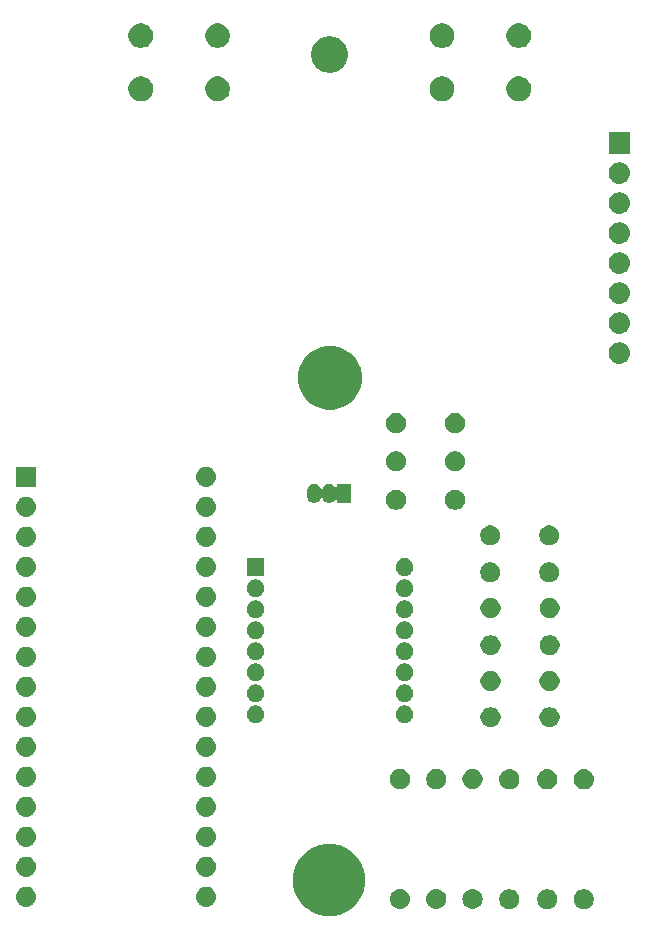
<source format=gbr>
G04 #@! TF.GenerationSoftware,KiCad,Pcbnew,(5.1.0-0)*
G04 #@! TF.CreationDate,2020-10-15T12:15:35+01:00*
G04 #@! TF.ProjectId,OpenLaserMouseTHT,4f70656e-4c61-4736-9572-4d6f75736554,rev?*
G04 #@! TF.SameCoordinates,Original*
G04 #@! TF.FileFunction,Soldermask,Top*
G04 #@! TF.FilePolarity,Negative*
%FSLAX46Y46*%
G04 Gerber Fmt 4.6, Leading zero omitted, Abs format (unit mm)*
G04 Created by KiCad (PCBNEW (5.1.0-0)) date 2020-10-15 12:15:35*
%MOMM*%
%LPD*%
G04 APERTURE LIST*
%ADD10C,0.100000*%
G04 APERTURE END LIST*
D10*
G36*
X68834943Y-113566248D02*
G01*
X69390189Y-113796238D01*
X69390190Y-113796239D01*
X69889899Y-114130134D01*
X70314866Y-114555101D01*
X70390633Y-114668495D01*
X70648762Y-115054811D01*
X70878752Y-115610057D01*
X70996000Y-116199501D01*
X70996000Y-116800499D01*
X70878752Y-117389943D01*
X70648762Y-117945189D01*
X70482948Y-118193347D01*
X70314866Y-118444899D01*
X69889899Y-118869866D01*
X69771935Y-118948687D01*
X69390189Y-119203762D01*
X68834943Y-119433752D01*
X68245499Y-119551000D01*
X67644501Y-119551000D01*
X67055057Y-119433752D01*
X66499811Y-119203762D01*
X66118065Y-118948687D01*
X66000101Y-118869866D01*
X65575134Y-118444899D01*
X65407052Y-118193347D01*
X65241238Y-117945189D01*
X65011248Y-117389943D01*
X64894000Y-116800499D01*
X64894000Y-116199501D01*
X65011248Y-115610057D01*
X65241238Y-115054811D01*
X65499367Y-114668495D01*
X65575134Y-114555101D01*
X66000101Y-114130134D01*
X66499810Y-113796239D01*
X66499811Y-113796238D01*
X67055057Y-113566248D01*
X67644501Y-113449000D01*
X68245499Y-113449000D01*
X68834943Y-113566248D01*
X68834943Y-113566248D01*
G37*
G36*
X89757828Y-117304403D02*
G01*
X89912700Y-117368553D01*
X90052081Y-117461685D01*
X90170615Y-117580219D01*
X90263747Y-117719600D01*
X90327897Y-117874472D01*
X90360600Y-118038884D01*
X90360600Y-118206516D01*
X90327897Y-118370928D01*
X90263747Y-118525800D01*
X90170615Y-118665181D01*
X90052081Y-118783715D01*
X89912700Y-118876847D01*
X89757828Y-118940997D01*
X89593416Y-118973700D01*
X89425784Y-118973700D01*
X89261372Y-118940997D01*
X89106500Y-118876847D01*
X88967119Y-118783715D01*
X88848585Y-118665181D01*
X88755453Y-118525800D01*
X88691303Y-118370928D01*
X88658600Y-118206516D01*
X88658600Y-118038884D01*
X88691303Y-117874472D01*
X88755453Y-117719600D01*
X88848585Y-117580219D01*
X88967119Y-117461685D01*
X89106500Y-117368553D01*
X89261372Y-117304403D01*
X89425784Y-117271700D01*
X89593416Y-117271700D01*
X89757828Y-117304403D01*
X89757828Y-117304403D01*
G37*
G36*
X86659028Y-117304403D02*
G01*
X86813900Y-117368553D01*
X86953281Y-117461685D01*
X87071815Y-117580219D01*
X87164947Y-117719600D01*
X87229097Y-117874472D01*
X87261800Y-118038884D01*
X87261800Y-118206516D01*
X87229097Y-118370928D01*
X87164947Y-118525800D01*
X87071815Y-118665181D01*
X86953281Y-118783715D01*
X86813900Y-118876847D01*
X86659028Y-118940997D01*
X86494616Y-118973700D01*
X86326984Y-118973700D01*
X86162572Y-118940997D01*
X86007700Y-118876847D01*
X85868319Y-118783715D01*
X85749785Y-118665181D01*
X85656653Y-118525800D01*
X85592503Y-118370928D01*
X85559800Y-118206516D01*
X85559800Y-118038884D01*
X85592503Y-117874472D01*
X85656653Y-117719600D01*
X85749785Y-117580219D01*
X85868319Y-117461685D01*
X86007700Y-117368553D01*
X86162572Y-117304403D01*
X86326984Y-117271700D01*
X86494616Y-117271700D01*
X86659028Y-117304403D01*
X86659028Y-117304403D01*
G37*
G36*
X83458628Y-117304403D02*
G01*
X83613500Y-117368553D01*
X83752881Y-117461685D01*
X83871415Y-117580219D01*
X83964547Y-117719600D01*
X84028697Y-117874472D01*
X84061400Y-118038884D01*
X84061400Y-118206516D01*
X84028697Y-118370928D01*
X83964547Y-118525800D01*
X83871415Y-118665181D01*
X83752881Y-118783715D01*
X83613500Y-118876847D01*
X83458628Y-118940997D01*
X83294216Y-118973700D01*
X83126584Y-118973700D01*
X82962172Y-118940997D01*
X82807300Y-118876847D01*
X82667919Y-118783715D01*
X82549385Y-118665181D01*
X82456253Y-118525800D01*
X82392103Y-118370928D01*
X82359400Y-118206516D01*
X82359400Y-118038884D01*
X82392103Y-117874472D01*
X82456253Y-117719600D01*
X82549385Y-117580219D01*
X82667919Y-117461685D01*
X82807300Y-117368553D01*
X82962172Y-117304403D01*
X83126584Y-117271700D01*
X83294216Y-117271700D01*
X83458628Y-117304403D01*
X83458628Y-117304403D01*
G37*
G36*
X80253023Y-117271313D02*
G01*
X80413442Y-117319976D01*
X80504321Y-117368552D01*
X80561278Y-117398996D01*
X80690859Y-117505341D01*
X80797204Y-117634922D01*
X80797205Y-117634924D01*
X80876224Y-117782758D01*
X80924887Y-117943177D01*
X80941317Y-118110000D01*
X80924887Y-118276823D01*
X80876224Y-118437242D01*
X80872132Y-118444897D01*
X80797204Y-118585078D01*
X80690859Y-118714659D01*
X80561278Y-118821004D01*
X80561276Y-118821005D01*
X80413442Y-118900024D01*
X80253023Y-118948687D01*
X80128004Y-118961000D01*
X80044396Y-118961000D01*
X79919377Y-118948687D01*
X79758958Y-118900024D01*
X79611124Y-118821005D01*
X79611122Y-118821004D01*
X79481541Y-118714659D01*
X79375196Y-118585078D01*
X79300268Y-118444897D01*
X79296176Y-118437242D01*
X79247513Y-118276823D01*
X79231083Y-118110000D01*
X79247513Y-117943177D01*
X79296176Y-117782758D01*
X79375195Y-117634924D01*
X79375196Y-117634922D01*
X79481541Y-117505341D01*
X79611122Y-117398996D01*
X79668079Y-117368552D01*
X79758958Y-117319976D01*
X79919377Y-117271313D01*
X80044396Y-117259000D01*
X80128004Y-117259000D01*
X80253023Y-117271313D01*
X80253023Y-117271313D01*
G37*
G36*
X77179623Y-117271313D02*
G01*
X77340042Y-117319976D01*
X77430921Y-117368552D01*
X77487878Y-117398996D01*
X77617459Y-117505341D01*
X77723804Y-117634922D01*
X77723805Y-117634924D01*
X77802824Y-117782758D01*
X77851487Y-117943177D01*
X77867917Y-118110000D01*
X77851487Y-118276823D01*
X77802824Y-118437242D01*
X77798732Y-118444897D01*
X77723804Y-118585078D01*
X77617459Y-118714659D01*
X77487878Y-118821004D01*
X77487876Y-118821005D01*
X77340042Y-118900024D01*
X77179623Y-118948687D01*
X77054604Y-118961000D01*
X76970996Y-118961000D01*
X76845977Y-118948687D01*
X76685558Y-118900024D01*
X76537724Y-118821005D01*
X76537722Y-118821004D01*
X76408141Y-118714659D01*
X76301796Y-118585078D01*
X76226868Y-118444897D01*
X76222776Y-118437242D01*
X76174113Y-118276823D01*
X76157683Y-118110000D01*
X76174113Y-117943177D01*
X76222776Y-117782758D01*
X76301795Y-117634924D01*
X76301796Y-117634922D01*
X76408141Y-117505341D01*
X76537722Y-117398996D01*
X76594679Y-117368552D01*
X76685558Y-117319976D01*
X76845977Y-117271313D01*
X76970996Y-117259000D01*
X77054604Y-117259000D01*
X77179623Y-117271313D01*
X77179623Y-117271313D01*
G37*
G36*
X74106223Y-117271313D02*
G01*
X74266642Y-117319976D01*
X74357521Y-117368552D01*
X74414478Y-117398996D01*
X74544059Y-117505341D01*
X74650404Y-117634922D01*
X74650405Y-117634924D01*
X74729424Y-117782758D01*
X74778087Y-117943177D01*
X74794517Y-118110000D01*
X74778087Y-118276823D01*
X74729424Y-118437242D01*
X74725332Y-118444897D01*
X74650404Y-118585078D01*
X74544059Y-118714659D01*
X74414478Y-118821004D01*
X74414476Y-118821005D01*
X74266642Y-118900024D01*
X74106223Y-118948687D01*
X73981204Y-118961000D01*
X73897596Y-118961000D01*
X73772577Y-118948687D01*
X73612158Y-118900024D01*
X73464324Y-118821005D01*
X73464322Y-118821004D01*
X73334741Y-118714659D01*
X73228396Y-118585078D01*
X73153468Y-118444897D01*
X73149376Y-118437242D01*
X73100713Y-118276823D01*
X73084283Y-118110000D01*
X73100713Y-117943177D01*
X73149376Y-117782758D01*
X73228395Y-117634924D01*
X73228396Y-117634922D01*
X73334741Y-117505341D01*
X73464322Y-117398996D01*
X73521279Y-117368552D01*
X73612158Y-117319976D01*
X73772577Y-117271313D01*
X73897596Y-117259000D01*
X73981204Y-117259000D01*
X74106223Y-117271313D01*
X74106223Y-117271313D01*
G37*
G36*
X57697823Y-117080813D02*
G01*
X57858242Y-117129476D01*
X57990906Y-117200386D01*
X58006078Y-117208496D01*
X58135659Y-117314841D01*
X58242004Y-117444422D01*
X58242005Y-117444424D01*
X58321024Y-117592258D01*
X58369687Y-117752677D01*
X58386117Y-117919500D01*
X58369687Y-118086323D01*
X58321024Y-118246742D01*
X58304945Y-118276823D01*
X58242004Y-118394578D01*
X58135659Y-118524159D01*
X58006078Y-118630504D01*
X58006076Y-118630505D01*
X57858242Y-118709524D01*
X57697823Y-118758187D01*
X57572804Y-118770500D01*
X57489196Y-118770500D01*
X57364177Y-118758187D01*
X57203758Y-118709524D01*
X57055924Y-118630505D01*
X57055922Y-118630504D01*
X56926341Y-118524159D01*
X56819996Y-118394578D01*
X56757055Y-118276823D01*
X56740976Y-118246742D01*
X56692313Y-118086323D01*
X56675883Y-117919500D01*
X56692313Y-117752677D01*
X56740976Y-117592258D01*
X56819995Y-117444424D01*
X56819996Y-117444422D01*
X56926341Y-117314841D01*
X57055922Y-117208496D01*
X57071094Y-117200386D01*
X57203758Y-117129476D01*
X57364177Y-117080813D01*
X57489196Y-117068500D01*
X57572804Y-117068500D01*
X57697823Y-117080813D01*
X57697823Y-117080813D01*
G37*
G36*
X42457823Y-117080813D02*
G01*
X42618242Y-117129476D01*
X42750906Y-117200386D01*
X42766078Y-117208496D01*
X42895659Y-117314841D01*
X43002004Y-117444422D01*
X43002005Y-117444424D01*
X43081024Y-117592258D01*
X43129687Y-117752677D01*
X43146117Y-117919500D01*
X43129687Y-118086323D01*
X43081024Y-118246742D01*
X43064945Y-118276823D01*
X43002004Y-118394578D01*
X42895659Y-118524159D01*
X42766078Y-118630504D01*
X42766076Y-118630505D01*
X42618242Y-118709524D01*
X42457823Y-118758187D01*
X42332804Y-118770500D01*
X42249196Y-118770500D01*
X42124177Y-118758187D01*
X41963758Y-118709524D01*
X41815924Y-118630505D01*
X41815922Y-118630504D01*
X41686341Y-118524159D01*
X41579996Y-118394578D01*
X41517055Y-118276823D01*
X41500976Y-118246742D01*
X41452313Y-118086323D01*
X41435883Y-117919500D01*
X41452313Y-117752677D01*
X41500976Y-117592258D01*
X41579995Y-117444424D01*
X41579996Y-117444422D01*
X41686341Y-117314841D01*
X41815922Y-117208496D01*
X41831094Y-117200386D01*
X41963758Y-117129476D01*
X42124177Y-117080813D01*
X42249196Y-117068500D01*
X42332804Y-117068500D01*
X42457823Y-117080813D01*
X42457823Y-117080813D01*
G37*
G36*
X57697823Y-114540813D02*
G01*
X57858242Y-114589476D01*
X57990906Y-114660386D01*
X58006078Y-114668496D01*
X58135659Y-114774841D01*
X58242004Y-114904422D01*
X58242005Y-114904424D01*
X58321024Y-115052258D01*
X58321025Y-115052261D01*
X58330083Y-115082120D01*
X58369687Y-115212677D01*
X58386117Y-115379500D01*
X58369687Y-115546323D01*
X58321024Y-115706742D01*
X58250114Y-115839406D01*
X58242004Y-115854578D01*
X58135659Y-115984159D01*
X58006078Y-116090504D01*
X58006076Y-116090505D01*
X57858242Y-116169524D01*
X57697823Y-116218187D01*
X57572804Y-116230500D01*
X57489196Y-116230500D01*
X57364177Y-116218187D01*
X57203758Y-116169524D01*
X57055924Y-116090505D01*
X57055922Y-116090504D01*
X56926341Y-115984159D01*
X56819996Y-115854578D01*
X56811886Y-115839406D01*
X56740976Y-115706742D01*
X56692313Y-115546323D01*
X56675883Y-115379500D01*
X56692313Y-115212677D01*
X56731917Y-115082120D01*
X56740975Y-115052261D01*
X56740976Y-115052258D01*
X56819995Y-114904424D01*
X56819996Y-114904422D01*
X56926341Y-114774841D01*
X57055922Y-114668496D01*
X57071094Y-114660386D01*
X57203758Y-114589476D01*
X57364177Y-114540813D01*
X57489196Y-114528500D01*
X57572804Y-114528500D01*
X57697823Y-114540813D01*
X57697823Y-114540813D01*
G37*
G36*
X42457823Y-114540813D02*
G01*
X42618242Y-114589476D01*
X42750906Y-114660386D01*
X42766078Y-114668496D01*
X42895659Y-114774841D01*
X43002004Y-114904422D01*
X43002005Y-114904424D01*
X43081024Y-115052258D01*
X43081025Y-115052261D01*
X43090083Y-115082120D01*
X43129687Y-115212677D01*
X43146117Y-115379500D01*
X43129687Y-115546323D01*
X43081024Y-115706742D01*
X43010114Y-115839406D01*
X43002004Y-115854578D01*
X42895659Y-115984159D01*
X42766078Y-116090504D01*
X42766076Y-116090505D01*
X42618242Y-116169524D01*
X42457823Y-116218187D01*
X42332804Y-116230500D01*
X42249196Y-116230500D01*
X42124177Y-116218187D01*
X41963758Y-116169524D01*
X41815924Y-116090505D01*
X41815922Y-116090504D01*
X41686341Y-115984159D01*
X41579996Y-115854578D01*
X41571886Y-115839406D01*
X41500976Y-115706742D01*
X41452313Y-115546323D01*
X41435883Y-115379500D01*
X41452313Y-115212677D01*
X41491917Y-115082120D01*
X41500975Y-115052261D01*
X41500976Y-115052258D01*
X41579995Y-114904424D01*
X41579996Y-114904422D01*
X41686341Y-114774841D01*
X41815922Y-114668496D01*
X41831094Y-114660386D01*
X41963758Y-114589476D01*
X42124177Y-114540813D01*
X42249196Y-114528500D01*
X42332804Y-114528500D01*
X42457823Y-114540813D01*
X42457823Y-114540813D01*
G37*
G36*
X42457823Y-112000813D02*
G01*
X42618242Y-112049476D01*
X42750906Y-112120386D01*
X42766078Y-112128496D01*
X42895659Y-112234841D01*
X43002004Y-112364422D01*
X43002005Y-112364424D01*
X43081024Y-112512258D01*
X43129687Y-112672677D01*
X43146117Y-112839500D01*
X43129687Y-113006323D01*
X43081024Y-113166742D01*
X43010114Y-113299406D01*
X43002004Y-113314578D01*
X42895659Y-113444159D01*
X42766078Y-113550504D01*
X42766076Y-113550505D01*
X42618242Y-113629524D01*
X42457823Y-113678187D01*
X42332804Y-113690500D01*
X42249196Y-113690500D01*
X42124177Y-113678187D01*
X41963758Y-113629524D01*
X41815924Y-113550505D01*
X41815922Y-113550504D01*
X41686341Y-113444159D01*
X41579996Y-113314578D01*
X41571886Y-113299406D01*
X41500976Y-113166742D01*
X41452313Y-113006323D01*
X41435883Y-112839500D01*
X41452313Y-112672677D01*
X41500976Y-112512258D01*
X41579995Y-112364424D01*
X41579996Y-112364422D01*
X41686341Y-112234841D01*
X41815922Y-112128496D01*
X41831094Y-112120386D01*
X41963758Y-112049476D01*
X42124177Y-112000813D01*
X42249196Y-111988500D01*
X42332804Y-111988500D01*
X42457823Y-112000813D01*
X42457823Y-112000813D01*
G37*
G36*
X57697823Y-112000813D02*
G01*
X57858242Y-112049476D01*
X57990906Y-112120386D01*
X58006078Y-112128496D01*
X58135659Y-112234841D01*
X58242004Y-112364422D01*
X58242005Y-112364424D01*
X58321024Y-112512258D01*
X58369687Y-112672677D01*
X58386117Y-112839500D01*
X58369687Y-113006323D01*
X58321024Y-113166742D01*
X58250114Y-113299406D01*
X58242004Y-113314578D01*
X58135659Y-113444159D01*
X58006078Y-113550504D01*
X58006076Y-113550505D01*
X57858242Y-113629524D01*
X57697823Y-113678187D01*
X57572804Y-113690500D01*
X57489196Y-113690500D01*
X57364177Y-113678187D01*
X57203758Y-113629524D01*
X57055924Y-113550505D01*
X57055922Y-113550504D01*
X56926341Y-113444159D01*
X56819996Y-113314578D01*
X56811886Y-113299406D01*
X56740976Y-113166742D01*
X56692313Y-113006323D01*
X56675883Y-112839500D01*
X56692313Y-112672677D01*
X56740976Y-112512258D01*
X56819995Y-112364424D01*
X56819996Y-112364422D01*
X56926341Y-112234841D01*
X57055922Y-112128496D01*
X57071094Y-112120386D01*
X57203758Y-112049476D01*
X57364177Y-112000813D01*
X57489196Y-111988500D01*
X57572804Y-111988500D01*
X57697823Y-112000813D01*
X57697823Y-112000813D01*
G37*
G36*
X57697823Y-109460813D02*
G01*
X57858242Y-109509476D01*
X57990906Y-109580386D01*
X58006078Y-109588496D01*
X58135659Y-109694841D01*
X58242004Y-109824422D01*
X58242005Y-109824424D01*
X58321024Y-109972258D01*
X58369687Y-110132677D01*
X58386117Y-110299500D01*
X58369687Y-110466323D01*
X58321024Y-110626742D01*
X58250114Y-110759406D01*
X58242004Y-110774578D01*
X58135659Y-110904159D01*
X58006078Y-111010504D01*
X58006076Y-111010505D01*
X57858242Y-111089524D01*
X57697823Y-111138187D01*
X57572804Y-111150500D01*
X57489196Y-111150500D01*
X57364177Y-111138187D01*
X57203758Y-111089524D01*
X57055924Y-111010505D01*
X57055922Y-111010504D01*
X56926341Y-110904159D01*
X56819996Y-110774578D01*
X56811886Y-110759406D01*
X56740976Y-110626742D01*
X56692313Y-110466323D01*
X56675883Y-110299500D01*
X56692313Y-110132677D01*
X56740976Y-109972258D01*
X56819995Y-109824424D01*
X56819996Y-109824422D01*
X56926341Y-109694841D01*
X57055922Y-109588496D01*
X57071094Y-109580386D01*
X57203758Y-109509476D01*
X57364177Y-109460813D01*
X57489196Y-109448500D01*
X57572804Y-109448500D01*
X57697823Y-109460813D01*
X57697823Y-109460813D01*
G37*
G36*
X42457823Y-109460813D02*
G01*
X42618242Y-109509476D01*
X42750906Y-109580386D01*
X42766078Y-109588496D01*
X42895659Y-109694841D01*
X43002004Y-109824422D01*
X43002005Y-109824424D01*
X43081024Y-109972258D01*
X43129687Y-110132677D01*
X43146117Y-110299500D01*
X43129687Y-110466323D01*
X43081024Y-110626742D01*
X43010114Y-110759406D01*
X43002004Y-110774578D01*
X42895659Y-110904159D01*
X42766078Y-111010504D01*
X42766076Y-111010505D01*
X42618242Y-111089524D01*
X42457823Y-111138187D01*
X42332804Y-111150500D01*
X42249196Y-111150500D01*
X42124177Y-111138187D01*
X41963758Y-111089524D01*
X41815924Y-111010505D01*
X41815922Y-111010504D01*
X41686341Y-110904159D01*
X41579996Y-110774578D01*
X41571886Y-110759406D01*
X41500976Y-110626742D01*
X41452313Y-110466323D01*
X41435883Y-110299500D01*
X41452313Y-110132677D01*
X41500976Y-109972258D01*
X41579995Y-109824424D01*
X41579996Y-109824422D01*
X41686341Y-109694841D01*
X41815922Y-109588496D01*
X41831094Y-109580386D01*
X41963758Y-109509476D01*
X42124177Y-109460813D01*
X42249196Y-109448500D01*
X42332804Y-109448500D01*
X42457823Y-109460813D01*
X42457823Y-109460813D01*
G37*
G36*
X83377223Y-107124013D02*
G01*
X83537642Y-107172676D01*
X83670306Y-107243586D01*
X83685478Y-107251696D01*
X83815059Y-107358041D01*
X83921404Y-107487622D01*
X83921405Y-107487624D01*
X84000424Y-107635458D01*
X84049087Y-107795877D01*
X84065517Y-107962700D01*
X84049087Y-108129523D01*
X84000424Y-108289942D01*
X83966667Y-108353097D01*
X83921404Y-108437778D01*
X83815059Y-108567359D01*
X83685478Y-108673704D01*
X83685476Y-108673705D01*
X83537642Y-108752724D01*
X83377223Y-108801387D01*
X83252204Y-108813700D01*
X83168596Y-108813700D01*
X83043577Y-108801387D01*
X82883158Y-108752724D01*
X82735324Y-108673705D01*
X82735322Y-108673704D01*
X82605741Y-108567359D01*
X82499396Y-108437778D01*
X82454133Y-108353097D01*
X82420376Y-108289942D01*
X82371713Y-108129523D01*
X82355283Y-107962700D01*
X82371713Y-107795877D01*
X82420376Y-107635458D01*
X82499395Y-107487624D01*
X82499396Y-107487622D01*
X82605741Y-107358041D01*
X82735322Y-107251696D01*
X82750494Y-107243586D01*
X82883158Y-107172676D01*
X83043577Y-107124013D01*
X83168596Y-107111700D01*
X83252204Y-107111700D01*
X83377223Y-107124013D01*
X83377223Y-107124013D01*
G37*
G36*
X89676423Y-107124013D02*
G01*
X89836842Y-107172676D01*
X89969506Y-107243586D01*
X89984678Y-107251696D01*
X90114259Y-107358041D01*
X90220604Y-107487622D01*
X90220605Y-107487624D01*
X90299624Y-107635458D01*
X90348287Y-107795877D01*
X90364717Y-107962700D01*
X90348287Y-108129523D01*
X90299624Y-108289942D01*
X90265867Y-108353097D01*
X90220604Y-108437778D01*
X90114259Y-108567359D01*
X89984678Y-108673704D01*
X89984676Y-108673705D01*
X89836842Y-108752724D01*
X89676423Y-108801387D01*
X89551404Y-108813700D01*
X89467796Y-108813700D01*
X89342777Y-108801387D01*
X89182358Y-108752724D01*
X89034524Y-108673705D01*
X89034522Y-108673704D01*
X88904941Y-108567359D01*
X88798596Y-108437778D01*
X88753333Y-108353097D01*
X88719576Y-108289942D01*
X88670913Y-108129523D01*
X88654483Y-107962700D01*
X88670913Y-107795877D01*
X88719576Y-107635458D01*
X88798595Y-107487624D01*
X88798596Y-107487622D01*
X88904941Y-107358041D01*
X89034522Y-107251696D01*
X89049694Y-107243586D01*
X89182358Y-107172676D01*
X89342777Y-107124013D01*
X89467796Y-107111700D01*
X89551404Y-107111700D01*
X89676423Y-107124013D01*
X89676423Y-107124013D01*
G37*
G36*
X86577623Y-107124013D02*
G01*
X86738042Y-107172676D01*
X86870706Y-107243586D01*
X86885878Y-107251696D01*
X87015459Y-107358041D01*
X87121804Y-107487622D01*
X87121805Y-107487624D01*
X87200824Y-107635458D01*
X87249487Y-107795877D01*
X87265917Y-107962700D01*
X87249487Y-108129523D01*
X87200824Y-108289942D01*
X87167067Y-108353097D01*
X87121804Y-108437778D01*
X87015459Y-108567359D01*
X86885878Y-108673704D01*
X86885876Y-108673705D01*
X86738042Y-108752724D01*
X86577623Y-108801387D01*
X86452604Y-108813700D01*
X86368996Y-108813700D01*
X86243977Y-108801387D01*
X86083558Y-108752724D01*
X85935724Y-108673705D01*
X85935722Y-108673704D01*
X85806141Y-108567359D01*
X85699796Y-108437778D01*
X85654533Y-108353097D01*
X85620776Y-108289942D01*
X85572113Y-108129523D01*
X85555683Y-107962700D01*
X85572113Y-107795877D01*
X85620776Y-107635458D01*
X85699795Y-107487624D01*
X85699796Y-107487622D01*
X85806141Y-107358041D01*
X85935722Y-107251696D01*
X85950894Y-107243586D01*
X86083558Y-107172676D01*
X86243977Y-107124013D01*
X86368996Y-107111700D01*
X86452604Y-107111700D01*
X86577623Y-107124013D01*
X86577623Y-107124013D01*
G37*
G36*
X80334428Y-107131703D02*
G01*
X80489300Y-107195853D01*
X80628681Y-107288985D01*
X80747215Y-107407519D01*
X80840347Y-107546900D01*
X80904497Y-107701772D01*
X80937200Y-107866184D01*
X80937200Y-108033816D01*
X80904497Y-108198228D01*
X80840347Y-108353100D01*
X80747215Y-108492481D01*
X80628681Y-108611015D01*
X80489300Y-108704147D01*
X80334428Y-108768297D01*
X80170016Y-108801000D01*
X80002384Y-108801000D01*
X79837972Y-108768297D01*
X79683100Y-108704147D01*
X79543719Y-108611015D01*
X79425185Y-108492481D01*
X79332053Y-108353100D01*
X79267903Y-108198228D01*
X79235200Y-108033816D01*
X79235200Y-107866184D01*
X79267903Y-107701772D01*
X79332053Y-107546900D01*
X79425185Y-107407519D01*
X79543719Y-107288985D01*
X79683100Y-107195853D01*
X79837972Y-107131703D01*
X80002384Y-107099000D01*
X80170016Y-107099000D01*
X80334428Y-107131703D01*
X80334428Y-107131703D01*
G37*
G36*
X77261028Y-107131703D02*
G01*
X77415900Y-107195853D01*
X77555281Y-107288985D01*
X77673815Y-107407519D01*
X77766947Y-107546900D01*
X77831097Y-107701772D01*
X77863800Y-107866184D01*
X77863800Y-108033816D01*
X77831097Y-108198228D01*
X77766947Y-108353100D01*
X77673815Y-108492481D01*
X77555281Y-108611015D01*
X77415900Y-108704147D01*
X77261028Y-108768297D01*
X77096616Y-108801000D01*
X76928984Y-108801000D01*
X76764572Y-108768297D01*
X76609700Y-108704147D01*
X76470319Y-108611015D01*
X76351785Y-108492481D01*
X76258653Y-108353100D01*
X76194503Y-108198228D01*
X76161800Y-108033816D01*
X76161800Y-107866184D01*
X76194503Y-107701772D01*
X76258653Y-107546900D01*
X76351785Y-107407519D01*
X76470319Y-107288985D01*
X76609700Y-107195853D01*
X76764572Y-107131703D01*
X76928984Y-107099000D01*
X77096616Y-107099000D01*
X77261028Y-107131703D01*
X77261028Y-107131703D01*
G37*
G36*
X74187628Y-107131703D02*
G01*
X74342500Y-107195853D01*
X74481881Y-107288985D01*
X74600415Y-107407519D01*
X74693547Y-107546900D01*
X74757697Y-107701772D01*
X74790400Y-107866184D01*
X74790400Y-108033816D01*
X74757697Y-108198228D01*
X74693547Y-108353100D01*
X74600415Y-108492481D01*
X74481881Y-108611015D01*
X74342500Y-108704147D01*
X74187628Y-108768297D01*
X74023216Y-108801000D01*
X73855584Y-108801000D01*
X73691172Y-108768297D01*
X73536300Y-108704147D01*
X73396919Y-108611015D01*
X73278385Y-108492481D01*
X73185253Y-108353100D01*
X73121103Y-108198228D01*
X73088400Y-108033816D01*
X73088400Y-107866184D01*
X73121103Y-107701772D01*
X73185253Y-107546900D01*
X73278385Y-107407519D01*
X73396919Y-107288985D01*
X73536300Y-107195853D01*
X73691172Y-107131703D01*
X73855584Y-107099000D01*
X74023216Y-107099000D01*
X74187628Y-107131703D01*
X74187628Y-107131703D01*
G37*
G36*
X57697823Y-106920813D02*
G01*
X57858242Y-106969476D01*
X57990906Y-107040386D01*
X58006078Y-107048496D01*
X58135659Y-107154841D01*
X58242004Y-107284422D01*
X58242005Y-107284424D01*
X58321024Y-107432258D01*
X58369687Y-107592677D01*
X58386117Y-107759500D01*
X58369687Y-107926323D01*
X58321024Y-108086742D01*
X58298157Y-108129523D01*
X58242004Y-108234578D01*
X58135659Y-108364159D01*
X58006078Y-108470504D01*
X58006076Y-108470505D01*
X57858242Y-108549524D01*
X57697823Y-108598187D01*
X57572804Y-108610500D01*
X57489196Y-108610500D01*
X57364177Y-108598187D01*
X57203758Y-108549524D01*
X57055924Y-108470505D01*
X57055922Y-108470504D01*
X56926341Y-108364159D01*
X56819996Y-108234578D01*
X56763843Y-108129523D01*
X56740976Y-108086742D01*
X56692313Y-107926323D01*
X56675883Y-107759500D01*
X56692313Y-107592677D01*
X56740976Y-107432258D01*
X56819995Y-107284424D01*
X56819996Y-107284422D01*
X56926341Y-107154841D01*
X57055922Y-107048496D01*
X57071094Y-107040386D01*
X57203758Y-106969476D01*
X57364177Y-106920813D01*
X57489196Y-106908500D01*
X57572804Y-106908500D01*
X57697823Y-106920813D01*
X57697823Y-106920813D01*
G37*
G36*
X42457823Y-106920813D02*
G01*
X42618242Y-106969476D01*
X42750906Y-107040386D01*
X42766078Y-107048496D01*
X42895659Y-107154841D01*
X43002004Y-107284422D01*
X43002005Y-107284424D01*
X43081024Y-107432258D01*
X43129687Y-107592677D01*
X43146117Y-107759500D01*
X43129687Y-107926323D01*
X43081024Y-108086742D01*
X43058157Y-108129523D01*
X43002004Y-108234578D01*
X42895659Y-108364159D01*
X42766078Y-108470504D01*
X42766076Y-108470505D01*
X42618242Y-108549524D01*
X42457823Y-108598187D01*
X42332804Y-108610500D01*
X42249196Y-108610500D01*
X42124177Y-108598187D01*
X41963758Y-108549524D01*
X41815924Y-108470505D01*
X41815922Y-108470504D01*
X41686341Y-108364159D01*
X41579996Y-108234578D01*
X41523843Y-108129523D01*
X41500976Y-108086742D01*
X41452313Y-107926323D01*
X41435883Y-107759500D01*
X41452313Y-107592677D01*
X41500976Y-107432258D01*
X41579995Y-107284424D01*
X41579996Y-107284422D01*
X41686341Y-107154841D01*
X41815922Y-107048496D01*
X41831094Y-107040386D01*
X41963758Y-106969476D01*
X42124177Y-106920813D01*
X42249196Y-106908500D01*
X42332804Y-106908500D01*
X42457823Y-106920813D01*
X42457823Y-106920813D01*
G37*
G36*
X57697823Y-104380813D02*
G01*
X57858242Y-104429476D01*
X57990906Y-104500386D01*
X58006078Y-104508496D01*
X58135659Y-104614841D01*
X58242004Y-104744422D01*
X58242005Y-104744424D01*
X58321024Y-104892258D01*
X58369687Y-105052677D01*
X58386117Y-105219500D01*
X58369687Y-105386323D01*
X58321024Y-105546742D01*
X58250114Y-105679406D01*
X58242004Y-105694578D01*
X58135659Y-105824159D01*
X58006078Y-105930504D01*
X58006076Y-105930505D01*
X57858242Y-106009524D01*
X57697823Y-106058187D01*
X57572804Y-106070500D01*
X57489196Y-106070500D01*
X57364177Y-106058187D01*
X57203758Y-106009524D01*
X57055924Y-105930505D01*
X57055922Y-105930504D01*
X56926341Y-105824159D01*
X56819996Y-105694578D01*
X56811886Y-105679406D01*
X56740976Y-105546742D01*
X56692313Y-105386323D01*
X56675883Y-105219500D01*
X56692313Y-105052677D01*
X56740976Y-104892258D01*
X56819995Y-104744424D01*
X56819996Y-104744422D01*
X56926341Y-104614841D01*
X57055922Y-104508496D01*
X57071094Y-104500386D01*
X57203758Y-104429476D01*
X57364177Y-104380813D01*
X57489196Y-104368500D01*
X57572804Y-104368500D01*
X57697823Y-104380813D01*
X57697823Y-104380813D01*
G37*
G36*
X42457823Y-104380813D02*
G01*
X42618242Y-104429476D01*
X42750906Y-104500386D01*
X42766078Y-104508496D01*
X42895659Y-104614841D01*
X43002004Y-104744422D01*
X43002005Y-104744424D01*
X43081024Y-104892258D01*
X43129687Y-105052677D01*
X43146117Y-105219500D01*
X43129687Y-105386323D01*
X43081024Y-105546742D01*
X43010114Y-105679406D01*
X43002004Y-105694578D01*
X42895659Y-105824159D01*
X42766078Y-105930504D01*
X42766076Y-105930505D01*
X42618242Y-106009524D01*
X42457823Y-106058187D01*
X42332804Y-106070500D01*
X42249196Y-106070500D01*
X42124177Y-106058187D01*
X41963758Y-106009524D01*
X41815924Y-105930505D01*
X41815922Y-105930504D01*
X41686341Y-105824159D01*
X41579996Y-105694578D01*
X41571886Y-105679406D01*
X41500976Y-105546742D01*
X41452313Y-105386323D01*
X41435883Y-105219500D01*
X41452313Y-105052677D01*
X41500976Y-104892258D01*
X41579995Y-104744424D01*
X41579996Y-104744422D01*
X41686341Y-104614841D01*
X41815922Y-104508496D01*
X41831094Y-104500386D01*
X41963758Y-104429476D01*
X42124177Y-104380813D01*
X42249196Y-104368500D01*
X42332804Y-104368500D01*
X42457823Y-104380813D01*
X42457823Y-104380813D01*
G37*
G36*
X86858428Y-101899303D02*
G01*
X87013300Y-101963453D01*
X87152681Y-102056585D01*
X87271215Y-102175119D01*
X87364347Y-102314500D01*
X87428497Y-102469372D01*
X87461200Y-102633784D01*
X87461200Y-102801416D01*
X87428497Y-102965828D01*
X87364347Y-103120700D01*
X87271215Y-103260081D01*
X87152681Y-103378615D01*
X87013300Y-103471747D01*
X86858428Y-103535897D01*
X86694016Y-103568600D01*
X86526384Y-103568600D01*
X86361972Y-103535897D01*
X86207100Y-103471747D01*
X86067719Y-103378615D01*
X85949185Y-103260081D01*
X85856053Y-103120700D01*
X85791903Y-102965828D01*
X85759200Y-102801416D01*
X85759200Y-102633784D01*
X85791903Y-102469372D01*
X85856053Y-102314500D01*
X85949185Y-102175119D01*
X86067719Y-102056585D01*
X86207100Y-101963453D01*
X86361972Y-101899303D01*
X86526384Y-101866600D01*
X86694016Y-101866600D01*
X86858428Y-101899303D01*
X86858428Y-101899303D01*
G37*
G36*
X81858428Y-101899303D02*
G01*
X82013300Y-101963453D01*
X82152681Y-102056585D01*
X82271215Y-102175119D01*
X82364347Y-102314500D01*
X82428497Y-102469372D01*
X82461200Y-102633784D01*
X82461200Y-102801416D01*
X82428497Y-102965828D01*
X82364347Y-103120700D01*
X82271215Y-103260081D01*
X82152681Y-103378615D01*
X82013300Y-103471747D01*
X81858428Y-103535897D01*
X81694016Y-103568600D01*
X81526384Y-103568600D01*
X81361972Y-103535897D01*
X81207100Y-103471747D01*
X81067719Y-103378615D01*
X80949185Y-103260081D01*
X80856053Y-103120700D01*
X80791903Y-102965828D01*
X80759200Y-102801416D01*
X80759200Y-102633784D01*
X80791903Y-102469372D01*
X80856053Y-102314500D01*
X80949185Y-102175119D01*
X81067719Y-102056585D01*
X81207100Y-101963453D01*
X81361972Y-101899303D01*
X81526384Y-101866600D01*
X81694016Y-101866600D01*
X81858428Y-101899303D01*
X81858428Y-101899303D01*
G37*
G36*
X57697823Y-101840813D02*
G01*
X57858242Y-101889476D01*
X57990906Y-101960386D01*
X58006078Y-101968496D01*
X58135659Y-102074841D01*
X58242004Y-102204422D01*
X58242005Y-102204424D01*
X58321024Y-102352258D01*
X58369687Y-102512677D01*
X58386117Y-102679500D01*
X58369687Y-102846323D01*
X58321024Y-103006742D01*
X58301462Y-103043340D01*
X58242004Y-103154578D01*
X58135659Y-103284159D01*
X58006078Y-103390504D01*
X58006076Y-103390505D01*
X57858242Y-103469524D01*
X57697823Y-103518187D01*
X57572804Y-103530500D01*
X57489196Y-103530500D01*
X57364177Y-103518187D01*
X57203758Y-103469524D01*
X57055924Y-103390505D01*
X57055922Y-103390504D01*
X56926341Y-103284159D01*
X56819996Y-103154578D01*
X56760538Y-103043340D01*
X56740976Y-103006742D01*
X56692313Y-102846323D01*
X56675883Y-102679500D01*
X56692313Y-102512677D01*
X56740976Y-102352258D01*
X56819995Y-102204424D01*
X56819996Y-102204422D01*
X56926341Y-102074841D01*
X57055922Y-101968496D01*
X57071094Y-101960386D01*
X57203758Y-101889476D01*
X57364177Y-101840813D01*
X57489196Y-101828500D01*
X57572804Y-101828500D01*
X57697823Y-101840813D01*
X57697823Y-101840813D01*
G37*
G36*
X42457823Y-101840813D02*
G01*
X42618242Y-101889476D01*
X42750906Y-101960386D01*
X42766078Y-101968496D01*
X42895659Y-102074841D01*
X43002004Y-102204422D01*
X43002005Y-102204424D01*
X43081024Y-102352258D01*
X43129687Y-102512677D01*
X43146117Y-102679500D01*
X43129687Y-102846323D01*
X43081024Y-103006742D01*
X43061462Y-103043340D01*
X43002004Y-103154578D01*
X42895659Y-103284159D01*
X42766078Y-103390504D01*
X42766076Y-103390505D01*
X42618242Y-103469524D01*
X42457823Y-103518187D01*
X42332804Y-103530500D01*
X42249196Y-103530500D01*
X42124177Y-103518187D01*
X41963758Y-103469524D01*
X41815924Y-103390505D01*
X41815922Y-103390504D01*
X41686341Y-103284159D01*
X41579996Y-103154578D01*
X41520538Y-103043340D01*
X41500976Y-103006742D01*
X41452313Y-102846323D01*
X41435883Y-102679500D01*
X41452313Y-102512677D01*
X41500976Y-102352258D01*
X41579995Y-102204424D01*
X41579996Y-102204422D01*
X41686341Y-102074841D01*
X41815922Y-101968496D01*
X41831094Y-101960386D01*
X41963758Y-101889476D01*
X42124177Y-101840813D01*
X42249196Y-101828500D01*
X42332804Y-101828500D01*
X42457823Y-101840813D01*
X42457823Y-101840813D01*
G37*
G36*
X74541059Y-101737860D02*
G01*
X74677732Y-101794472D01*
X74800735Y-101876660D01*
X74905340Y-101981265D01*
X74987528Y-102104268D01*
X74987529Y-102104270D01*
X75044140Y-102240941D01*
X75066283Y-102352261D01*
X75073000Y-102386033D01*
X75073000Y-102533967D01*
X75044140Y-102679059D01*
X74987528Y-102815732D01*
X74905340Y-102938735D01*
X74800735Y-103043340D01*
X74677732Y-103125528D01*
X74677731Y-103125529D01*
X74677730Y-103125529D01*
X74541059Y-103182140D01*
X74395968Y-103211000D01*
X74248032Y-103211000D01*
X74102941Y-103182140D01*
X73966270Y-103125529D01*
X73966269Y-103125529D01*
X73966268Y-103125528D01*
X73843265Y-103043340D01*
X73738660Y-102938735D01*
X73656472Y-102815732D01*
X73599860Y-102679059D01*
X73571000Y-102533967D01*
X73571000Y-102386033D01*
X73577718Y-102352261D01*
X73599860Y-102240941D01*
X73656471Y-102104270D01*
X73656472Y-102104268D01*
X73738660Y-101981265D01*
X73843265Y-101876660D01*
X73966268Y-101794472D01*
X74102941Y-101737860D01*
X74248032Y-101709000D01*
X74395968Y-101709000D01*
X74541059Y-101737860D01*
X74541059Y-101737860D01*
G37*
G36*
X61941059Y-101737860D02*
G01*
X62077732Y-101794472D01*
X62200735Y-101876660D01*
X62305340Y-101981265D01*
X62387528Y-102104268D01*
X62387529Y-102104270D01*
X62444140Y-102240941D01*
X62466283Y-102352261D01*
X62473000Y-102386033D01*
X62473000Y-102533967D01*
X62444140Y-102679059D01*
X62387528Y-102815732D01*
X62305340Y-102938735D01*
X62200735Y-103043340D01*
X62077732Y-103125528D01*
X62077731Y-103125529D01*
X62077730Y-103125529D01*
X61941059Y-103182140D01*
X61795968Y-103211000D01*
X61648032Y-103211000D01*
X61502941Y-103182140D01*
X61366270Y-103125529D01*
X61366269Y-103125529D01*
X61366268Y-103125528D01*
X61243265Y-103043340D01*
X61138660Y-102938735D01*
X61056472Y-102815732D01*
X60999860Y-102679059D01*
X60971000Y-102533967D01*
X60971000Y-102386033D01*
X60977718Y-102352261D01*
X60999860Y-102240941D01*
X61056471Y-102104270D01*
X61056472Y-102104268D01*
X61138660Y-101981265D01*
X61243265Y-101876660D01*
X61366268Y-101794472D01*
X61502941Y-101737860D01*
X61648032Y-101709000D01*
X61795968Y-101709000D01*
X61941059Y-101737860D01*
X61941059Y-101737860D01*
G37*
G36*
X74541059Y-99957860D02*
G01*
X74576826Y-99972675D01*
X74677732Y-100014472D01*
X74800735Y-100096660D01*
X74905340Y-100201265D01*
X74975539Y-100306325D01*
X74987529Y-100324270D01*
X75044140Y-100460941D01*
X75073000Y-100606032D01*
X75073000Y-100753968D01*
X75044140Y-100899059D01*
X75011365Y-100978186D01*
X74987528Y-101035732D01*
X74905340Y-101158735D01*
X74800735Y-101263340D01*
X74677732Y-101345528D01*
X74677731Y-101345529D01*
X74677730Y-101345529D01*
X74541059Y-101402140D01*
X74395968Y-101431000D01*
X74248032Y-101431000D01*
X74102941Y-101402140D01*
X73966270Y-101345529D01*
X73966269Y-101345529D01*
X73966268Y-101345528D01*
X73843265Y-101263340D01*
X73738660Y-101158735D01*
X73656472Y-101035732D01*
X73632636Y-100978186D01*
X73599860Y-100899059D01*
X73571000Y-100753968D01*
X73571000Y-100606032D01*
X73599860Y-100460941D01*
X73656471Y-100324270D01*
X73668461Y-100306325D01*
X73738660Y-100201265D01*
X73843265Y-100096660D01*
X73966268Y-100014472D01*
X74067175Y-99972675D01*
X74102941Y-99957860D01*
X74248032Y-99929000D01*
X74395968Y-99929000D01*
X74541059Y-99957860D01*
X74541059Y-99957860D01*
G37*
G36*
X61941059Y-99957860D02*
G01*
X61976826Y-99972675D01*
X62077732Y-100014472D01*
X62200735Y-100096660D01*
X62305340Y-100201265D01*
X62375539Y-100306325D01*
X62387529Y-100324270D01*
X62444140Y-100460941D01*
X62473000Y-100606032D01*
X62473000Y-100753968D01*
X62444140Y-100899059D01*
X62411365Y-100978186D01*
X62387528Y-101035732D01*
X62305340Y-101158735D01*
X62200735Y-101263340D01*
X62077732Y-101345528D01*
X62077731Y-101345529D01*
X62077730Y-101345529D01*
X61941059Y-101402140D01*
X61795968Y-101431000D01*
X61648032Y-101431000D01*
X61502941Y-101402140D01*
X61366270Y-101345529D01*
X61366269Y-101345529D01*
X61366268Y-101345528D01*
X61243265Y-101263340D01*
X61138660Y-101158735D01*
X61056472Y-101035732D01*
X61032636Y-100978186D01*
X60999860Y-100899059D01*
X60971000Y-100753968D01*
X60971000Y-100606032D01*
X60999860Y-100460941D01*
X61056471Y-100324270D01*
X61068461Y-100306325D01*
X61138660Y-100201265D01*
X61243265Y-100096660D01*
X61366268Y-100014472D01*
X61467175Y-99972675D01*
X61502941Y-99957860D01*
X61648032Y-99929000D01*
X61795968Y-99929000D01*
X61941059Y-99957860D01*
X61941059Y-99957860D01*
G37*
G36*
X57697823Y-99300813D02*
G01*
X57858242Y-99349476D01*
X57990906Y-99420386D01*
X58006078Y-99428496D01*
X58135659Y-99534841D01*
X58242004Y-99664422D01*
X58242005Y-99664424D01*
X58321024Y-99812258D01*
X58369687Y-99972677D01*
X58386117Y-100139500D01*
X58369687Y-100306323D01*
X58321024Y-100466742D01*
X58250114Y-100599406D01*
X58242004Y-100614578D01*
X58135659Y-100744159D01*
X58006078Y-100850504D01*
X58006076Y-100850505D01*
X57858242Y-100929524D01*
X57697823Y-100978187D01*
X57572804Y-100990500D01*
X57489196Y-100990500D01*
X57364177Y-100978187D01*
X57203758Y-100929524D01*
X57055924Y-100850505D01*
X57055922Y-100850504D01*
X56926341Y-100744159D01*
X56819996Y-100614578D01*
X56811886Y-100599406D01*
X56740976Y-100466742D01*
X56692313Y-100306323D01*
X56675883Y-100139500D01*
X56692313Y-99972677D01*
X56740976Y-99812258D01*
X56819995Y-99664424D01*
X56819996Y-99664422D01*
X56926341Y-99534841D01*
X57055922Y-99428496D01*
X57071094Y-99420386D01*
X57203758Y-99349476D01*
X57364177Y-99300813D01*
X57489196Y-99288500D01*
X57572804Y-99288500D01*
X57697823Y-99300813D01*
X57697823Y-99300813D01*
G37*
G36*
X42457823Y-99300813D02*
G01*
X42618242Y-99349476D01*
X42750906Y-99420386D01*
X42766078Y-99428496D01*
X42895659Y-99534841D01*
X43002004Y-99664422D01*
X43002005Y-99664424D01*
X43081024Y-99812258D01*
X43129687Y-99972677D01*
X43146117Y-100139500D01*
X43129687Y-100306323D01*
X43081024Y-100466742D01*
X43010114Y-100599406D01*
X43002004Y-100614578D01*
X42895659Y-100744159D01*
X42766078Y-100850504D01*
X42766076Y-100850505D01*
X42618242Y-100929524D01*
X42457823Y-100978187D01*
X42332804Y-100990500D01*
X42249196Y-100990500D01*
X42124177Y-100978187D01*
X41963758Y-100929524D01*
X41815924Y-100850505D01*
X41815922Y-100850504D01*
X41686341Y-100744159D01*
X41579996Y-100614578D01*
X41571886Y-100599406D01*
X41500976Y-100466742D01*
X41452313Y-100306323D01*
X41435883Y-100139500D01*
X41452313Y-99972677D01*
X41500976Y-99812258D01*
X41579995Y-99664424D01*
X41579996Y-99664422D01*
X41686341Y-99534841D01*
X41815922Y-99428496D01*
X41831094Y-99420386D01*
X41963758Y-99349476D01*
X42124177Y-99300813D01*
X42249196Y-99288500D01*
X42332804Y-99288500D01*
X42457823Y-99300813D01*
X42457823Y-99300813D01*
G37*
G36*
X86858428Y-98825903D02*
G01*
X87013300Y-98890053D01*
X87152681Y-98983185D01*
X87271215Y-99101719D01*
X87364347Y-99241100D01*
X87428497Y-99395972D01*
X87461200Y-99560384D01*
X87461200Y-99728016D01*
X87428497Y-99892428D01*
X87364347Y-100047300D01*
X87271215Y-100186681D01*
X87152681Y-100305215D01*
X87013300Y-100398347D01*
X86858428Y-100462497D01*
X86694016Y-100495200D01*
X86526384Y-100495200D01*
X86361972Y-100462497D01*
X86207100Y-100398347D01*
X86067719Y-100305215D01*
X85949185Y-100186681D01*
X85856053Y-100047300D01*
X85791903Y-99892428D01*
X85759200Y-99728016D01*
X85759200Y-99560384D01*
X85791903Y-99395972D01*
X85856053Y-99241100D01*
X85949185Y-99101719D01*
X86067719Y-98983185D01*
X86207100Y-98890053D01*
X86361972Y-98825903D01*
X86526384Y-98793200D01*
X86694016Y-98793200D01*
X86858428Y-98825903D01*
X86858428Y-98825903D01*
G37*
G36*
X81858428Y-98825903D02*
G01*
X82013300Y-98890053D01*
X82152681Y-98983185D01*
X82271215Y-99101719D01*
X82364347Y-99241100D01*
X82428497Y-99395972D01*
X82461200Y-99560384D01*
X82461200Y-99728016D01*
X82428497Y-99892428D01*
X82364347Y-100047300D01*
X82271215Y-100186681D01*
X82152681Y-100305215D01*
X82013300Y-100398347D01*
X81858428Y-100462497D01*
X81694016Y-100495200D01*
X81526384Y-100495200D01*
X81361972Y-100462497D01*
X81207100Y-100398347D01*
X81067719Y-100305215D01*
X80949185Y-100186681D01*
X80856053Y-100047300D01*
X80791903Y-99892428D01*
X80759200Y-99728016D01*
X80759200Y-99560384D01*
X80791903Y-99395972D01*
X80856053Y-99241100D01*
X80949185Y-99101719D01*
X81067719Y-98983185D01*
X81207100Y-98890053D01*
X81361972Y-98825903D01*
X81526384Y-98793200D01*
X81694016Y-98793200D01*
X81858428Y-98825903D01*
X81858428Y-98825903D01*
G37*
G36*
X61941059Y-98177860D02*
G01*
X62077732Y-98234472D01*
X62200735Y-98316660D01*
X62305340Y-98421265D01*
X62305341Y-98421267D01*
X62387529Y-98544270D01*
X62444140Y-98680941D01*
X62473000Y-98826032D01*
X62473000Y-98973968D01*
X62447589Y-99101719D01*
X62444140Y-99119059D01*
X62387528Y-99255732D01*
X62305340Y-99378735D01*
X62200735Y-99483340D01*
X62077732Y-99565528D01*
X62077731Y-99565529D01*
X62077730Y-99565529D01*
X61941059Y-99622140D01*
X61795968Y-99651000D01*
X61648032Y-99651000D01*
X61502941Y-99622140D01*
X61366270Y-99565529D01*
X61366269Y-99565529D01*
X61366268Y-99565528D01*
X61243265Y-99483340D01*
X61138660Y-99378735D01*
X61056472Y-99255732D01*
X60999860Y-99119059D01*
X60996411Y-99101719D01*
X60971000Y-98973968D01*
X60971000Y-98826032D01*
X60999860Y-98680941D01*
X61056471Y-98544270D01*
X61138659Y-98421267D01*
X61138660Y-98421265D01*
X61243265Y-98316660D01*
X61366268Y-98234472D01*
X61502941Y-98177860D01*
X61648032Y-98149000D01*
X61795968Y-98149000D01*
X61941059Y-98177860D01*
X61941059Y-98177860D01*
G37*
G36*
X74541059Y-98177860D02*
G01*
X74677732Y-98234472D01*
X74800735Y-98316660D01*
X74905340Y-98421265D01*
X74905341Y-98421267D01*
X74987529Y-98544270D01*
X75044140Y-98680941D01*
X75073000Y-98826032D01*
X75073000Y-98973968D01*
X75047589Y-99101719D01*
X75044140Y-99119059D01*
X74987528Y-99255732D01*
X74905340Y-99378735D01*
X74800735Y-99483340D01*
X74677732Y-99565528D01*
X74677731Y-99565529D01*
X74677730Y-99565529D01*
X74541059Y-99622140D01*
X74395968Y-99651000D01*
X74248032Y-99651000D01*
X74102941Y-99622140D01*
X73966270Y-99565529D01*
X73966269Y-99565529D01*
X73966268Y-99565528D01*
X73843265Y-99483340D01*
X73738660Y-99378735D01*
X73656472Y-99255732D01*
X73599860Y-99119059D01*
X73596411Y-99101719D01*
X73571000Y-98973968D01*
X73571000Y-98826032D01*
X73599860Y-98680941D01*
X73656471Y-98544270D01*
X73738659Y-98421267D01*
X73738660Y-98421265D01*
X73843265Y-98316660D01*
X73966268Y-98234472D01*
X74102941Y-98177860D01*
X74248032Y-98149000D01*
X74395968Y-98149000D01*
X74541059Y-98177860D01*
X74541059Y-98177860D01*
G37*
G36*
X57697823Y-96760813D02*
G01*
X57858242Y-96809476D01*
X57971154Y-96869829D01*
X58006078Y-96888496D01*
X58135659Y-96994841D01*
X58242004Y-97124422D01*
X58242005Y-97124424D01*
X58321024Y-97272258D01*
X58369687Y-97432677D01*
X58386117Y-97599500D01*
X58369687Y-97766323D01*
X58321024Y-97926742D01*
X58250114Y-98059406D01*
X58242004Y-98074578D01*
X58135659Y-98204159D01*
X58006078Y-98310504D01*
X58006076Y-98310505D01*
X57858242Y-98389524D01*
X57697823Y-98438187D01*
X57572804Y-98450500D01*
X57489196Y-98450500D01*
X57364177Y-98438187D01*
X57203758Y-98389524D01*
X57055924Y-98310505D01*
X57055922Y-98310504D01*
X56926341Y-98204159D01*
X56819996Y-98074578D01*
X56811886Y-98059406D01*
X56740976Y-97926742D01*
X56692313Y-97766323D01*
X56675883Y-97599500D01*
X56692313Y-97432677D01*
X56740976Y-97272258D01*
X56819995Y-97124424D01*
X56819996Y-97124422D01*
X56926341Y-96994841D01*
X57055922Y-96888496D01*
X57090846Y-96869829D01*
X57203758Y-96809476D01*
X57364177Y-96760813D01*
X57489196Y-96748500D01*
X57572804Y-96748500D01*
X57697823Y-96760813D01*
X57697823Y-96760813D01*
G37*
G36*
X42457823Y-96760813D02*
G01*
X42618242Y-96809476D01*
X42731154Y-96869829D01*
X42766078Y-96888496D01*
X42895659Y-96994841D01*
X43002004Y-97124422D01*
X43002005Y-97124424D01*
X43081024Y-97272258D01*
X43129687Y-97432677D01*
X43146117Y-97599500D01*
X43129687Y-97766323D01*
X43081024Y-97926742D01*
X43010114Y-98059406D01*
X43002004Y-98074578D01*
X42895659Y-98204159D01*
X42766078Y-98310504D01*
X42766076Y-98310505D01*
X42618242Y-98389524D01*
X42457823Y-98438187D01*
X42332804Y-98450500D01*
X42249196Y-98450500D01*
X42124177Y-98438187D01*
X41963758Y-98389524D01*
X41815924Y-98310505D01*
X41815922Y-98310504D01*
X41686341Y-98204159D01*
X41579996Y-98074578D01*
X41571886Y-98059406D01*
X41500976Y-97926742D01*
X41452313Y-97766323D01*
X41435883Y-97599500D01*
X41452313Y-97432677D01*
X41500976Y-97272258D01*
X41579995Y-97124424D01*
X41579996Y-97124422D01*
X41686341Y-96994841D01*
X41815922Y-96888496D01*
X41850846Y-96869829D01*
X41963758Y-96809476D01*
X42124177Y-96760813D01*
X42249196Y-96748500D01*
X42332804Y-96748500D01*
X42457823Y-96760813D01*
X42457823Y-96760813D01*
G37*
G36*
X74541059Y-96397860D02*
G01*
X74677732Y-96454472D01*
X74800735Y-96536660D01*
X74905340Y-96641265D01*
X74948204Y-96705416D01*
X74987529Y-96764270D01*
X75044140Y-96900941D01*
X75073000Y-97046032D01*
X75073000Y-97193968D01*
X75044140Y-97339059D01*
X75002372Y-97439897D01*
X74987528Y-97475732D01*
X74905340Y-97598735D01*
X74800735Y-97703340D01*
X74677732Y-97785528D01*
X74677731Y-97785529D01*
X74677730Y-97785529D01*
X74541059Y-97842140D01*
X74395968Y-97871000D01*
X74248032Y-97871000D01*
X74102941Y-97842140D01*
X73966270Y-97785529D01*
X73966269Y-97785529D01*
X73966268Y-97785528D01*
X73843265Y-97703340D01*
X73738660Y-97598735D01*
X73656472Y-97475732D01*
X73641629Y-97439897D01*
X73599860Y-97339059D01*
X73571000Y-97193968D01*
X73571000Y-97046032D01*
X73599860Y-96900941D01*
X73656471Y-96764270D01*
X73695796Y-96705416D01*
X73738660Y-96641265D01*
X73843265Y-96536660D01*
X73966268Y-96454472D01*
X74102941Y-96397860D01*
X74248032Y-96369000D01*
X74395968Y-96369000D01*
X74541059Y-96397860D01*
X74541059Y-96397860D01*
G37*
G36*
X61941059Y-96397860D02*
G01*
X62077732Y-96454472D01*
X62200735Y-96536660D01*
X62305340Y-96641265D01*
X62348204Y-96705416D01*
X62387529Y-96764270D01*
X62444140Y-96900941D01*
X62473000Y-97046032D01*
X62473000Y-97193968D01*
X62444140Y-97339059D01*
X62402372Y-97439897D01*
X62387528Y-97475732D01*
X62305340Y-97598735D01*
X62200735Y-97703340D01*
X62077732Y-97785528D01*
X62077731Y-97785529D01*
X62077730Y-97785529D01*
X61941059Y-97842140D01*
X61795968Y-97871000D01*
X61648032Y-97871000D01*
X61502941Y-97842140D01*
X61366270Y-97785529D01*
X61366269Y-97785529D01*
X61366268Y-97785528D01*
X61243265Y-97703340D01*
X61138660Y-97598735D01*
X61056472Y-97475732D01*
X61041629Y-97439897D01*
X60999860Y-97339059D01*
X60971000Y-97193968D01*
X60971000Y-97046032D01*
X60999860Y-96900941D01*
X61056471Y-96764270D01*
X61095796Y-96705416D01*
X61138660Y-96641265D01*
X61243265Y-96536660D01*
X61366268Y-96454472D01*
X61502941Y-96397860D01*
X61648032Y-96369000D01*
X61795968Y-96369000D01*
X61941059Y-96397860D01*
X61941059Y-96397860D01*
G37*
G36*
X81862228Y-95803303D02*
G01*
X82017100Y-95867453D01*
X82156481Y-95960585D01*
X82275015Y-96079119D01*
X82368147Y-96218500D01*
X82432297Y-96373372D01*
X82465000Y-96537784D01*
X82465000Y-96705416D01*
X82432297Y-96869828D01*
X82368147Y-97024700D01*
X82275015Y-97164081D01*
X82156481Y-97282615D01*
X82017100Y-97375747D01*
X81862228Y-97439897D01*
X81697816Y-97472600D01*
X81530184Y-97472600D01*
X81365772Y-97439897D01*
X81210900Y-97375747D01*
X81071519Y-97282615D01*
X80952985Y-97164081D01*
X80859853Y-97024700D01*
X80795703Y-96869828D01*
X80763000Y-96705416D01*
X80763000Y-96537784D01*
X80795703Y-96373372D01*
X80859853Y-96218500D01*
X80952985Y-96079119D01*
X81071519Y-95960585D01*
X81210900Y-95867453D01*
X81365772Y-95803303D01*
X81530184Y-95770600D01*
X81697816Y-95770600D01*
X81862228Y-95803303D01*
X81862228Y-95803303D01*
G37*
G36*
X86862228Y-95803303D02*
G01*
X87017100Y-95867453D01*
X87156481Y-95960585D01*
X87275015Y-96079119D01*
X87368147Y-96218500D01*
X87432297Y-96373372D01*
X87465000Y-96537784D01*
X87465000Y-96705416D01*
X87432297Y-96869828D01*
X87368147Y-97024700D01*
X87275015Y-97164081D01*
X87156481Y-97282615D01*
X87017100Y-97375747D01*
X86862228Y-97439897D01*
X86697816Y-97472600D01*
X86530184Y-97472600D01*
X86365772Y-97439897D01*
X86210900Y-97375747D01*
X86071519Y-97282615D01*
X85952985Y-97164081D01*
X85859853Y-97024700D01*
X85795703Y-96869828D01*
X85763000Y-96705416D01*
X85763000Y-96537784D01*
X85795703Y-96373372D01*
X85859853Y-96218500D01*
X85952985Y-96079119D01*
X86071519Y-95960585D01*
X86210900Y-95867453D01*
X86365772Y-95803303D01*
X86530184Y-95770600D01*
X86697816Y-95770600D01*
X86862228Y-95803303D01*
X86862228Y-95803303D01*
G37*
G36*
X74541059Y-94617860D02*
G01*
X74677732Y-94674472D01*
X74800735Y-94756660D01*
X74905340Y-94861265D01*
X74987528Y-94984268D01*
X74987529Y-94984270D01*
X75044140Y-95120941D01*
X75073000Y-95266032D01*
X75073000Y-95413968D01*
X75044140Y-95559059D01*
X74987528Y-95695732D01*
X74905340Y-95818735D01*
X74800735Y-95923340D01*
X74677732Y-96005528D01*
X74677731Y-96005529D01*
X74677730Y-96005529D01*
X74541059Y-96062140D01*
X74395968Y-96091000D01*
X74248032Y-96091000D01*
X74102941Y-96062140D01*
X73966270Y-96005529D01*
X73966269Y-96005529D01*
X73966268Y-96005528D01*
X73843265Y-95923340D01*
X73738660Y-95818735D01*
X73656472Y-95695732D01*
X73599860Y-95559059D01*
X73571000Y-95413968D01*
X73571000Y-95266032D01*
X73599860Y-95120941D01*
X73656471Y-94984270D01*
X73656472Y-94984268D01*
X73738660Y-94861265D01*
X73843265Y-94756660D01*
X73966268Y-94674472D01*
X74102941Y-94617860D01*
X74248032Y-94589000D01*
X74395968Y-94589000D01*
X74541059Y-94617860D01*
X74541059Y-94617860D01*
G37*
G36*
X61941059Y-94617860D02*
G01*
X62077732Y-94674472D01*
X62200735Y-94756660D01*
X62305340Y-94861265D01*
X62387528Y-94984268D01*
X62387529Y-94984270D01*
X62444140Y-95120941D01*
X62473000Y-95266032D01*
X62473000Y-95413968D01*
X62444140Y-95559059D01*
X62387528Y-95695732D01*
X62305340Y-95818735D01*
X62200735Y-95923340D01*
X62077732Y-96005528D01*
X62077731Y-96005529D01*
X62077730Y-96005529D01*
X61941059Y-96062140D01*
X61795968Y-96091000D01*
X61648032Y-96091000D01*
X61502941Y-96062140D01*
X61366270Y-96005529D01*
X61366269Y-96005529D01*
X61366268Y-96005528D01*
X61243265Y-95923340D01*
X61138660Y-95818735D01*
X61056472Y-95695732D01*
X60999860Y-95559059D01*
X60971000Y-95413968D01*
X60971000Y-95266032D01*
X60999860Y-95120941D01*
X61056471Y-94984270D01*
X61056472Y-94984268D01*
X61138660Y-94861265D01*
X61243265Y-94756660D01*
X61366268Y-94674472D01*
X61502941Y-94617860D01*
X61648032Y-94589000D01*
X61795968Y-94589000D01*
X61941059Y-94617860D01*
X61941059Y-94617860D01*
G37*
G36*
X57697823Y-94220813D02*
G01*
X57858242Y-94269476D01*
X57958378Y-94323000D01*
X58006078Y-94348496D01*
X58135659Y-94454841D01*
X58242004Y-94584422D01*
X58242005Y-94584424D01*
X58321024Y-94732258D01*
X58369687Y-94892677D01*
X58386117Y-95059500D01*
X58369687Y-95226323D01*
X58321024Y-95386742D01*
X58306471Y-95413968D01*
X58242004Y-95534578D01*
X58135659Y-95664159D01*
X58006078Y-95770504D01*
X58006076Y-95770505D01*
X57858242Y-95849524D01*
X57697823Y-95898187D01*
X57572804Y-95910500D01*
X57489196Y-95910500D01*
X57364177Y-95898187D01*
X57203758Y-95849524D01*
X57055924Y-95770505D01*
X57055922Y-95770504D01*
X56926341Y-95664159D01*
X56819996Y-95534578D01*
X56755529Y-95413968D01*
X56740976Y-95386742D01*
X56692313Y-95226323D01*
X56675883Y-95059500D01*
X56692313Y-94892677D01*
X56740976Y-94732258D01*
X56819995Y-94584424D01*
X56819996Y-94584422D01*
X56926341Y-94454841D01*
X57055922Y-94348496D01*
X57103622Y-94323000D01*
X57203758Y-94269476D01*
X57364177Y-94220813D01*
X57489196Y-94208500D01*
X57572804Y-94208500D01*
X57697823Y-94220813D01*
X57697823Y-94220813D01*
G37*
G36*
X42457823Y-94220813D02*
G01*
X42618242Y-94269476D01*
X42718378Y-94323000D01*
X42766078Y-94348496D01*
X42895659Y-94454841D01*
X43002004Y-94584422D01*
X43002005Y-94584424D01*
X43081024Y-94732258D01*
X43129687Y-94892677D01*
X43146117Y-95059500D01*
X43129687Y-95226323D01*
X43081024Y-95386742D01*
X43066471Y-95413968D01*
X43002004Y-95534578D01*
X42895659Y-95664159D01*
X42766078Y-95770504D01*
X42766076Y-95770505D01*
X42618242Y-95849524D01*
X42457823Y-95898187D01*
X42332804Y-95910500D01*
X42249196Y-95910500D01*
X42124177Y-95898187D01*
X41963758Y-95849524D01*
X41815924Y-95770505D01*
X41815922Y-95770504D01*
X41686341Y-95664159D01*
X41579996Y-95534578D01*
X41515529Y-95413968D01*
X41500976Y-95386742D01*
X41452313Y-95226323D01*
X41435883Y-95059500D01*
X41452313Y-94892677D01*
X41500976Y-94732258D01*
X41579995Y-94584424D01*
X41579996Y-94584422D01*
X41686341Y-94454841D01*
X41815922Y-94348496D01*
X41863622Y-94323000D01*
X41963758Y-94269476D01*
X42124177Y-94220813D01*
X42249196Y-94208500D01*
X42332804Y-94208500D01*
X42457823Y-94220813D01*
X42457823Y-94220813D01*
G37*
G36*
X81862228Y-92653703D02*
G01*
X82017100Y-92717853D01*
X82156481Y-92810985D01*
X82275015Y-92929519D01*
X82368147Y-93068900D01*
X82432297Y-93223772D01*
X82465000Y-93388184D01*
X82465000Y-93555816D01*
X82432297Y-93720228D01*
X82368147Y-93875100D01*
X82275015Y-94014481D01*
X82156481Y-94133015D01*
X82017100Y-94226147D01*
X81862228Y-94290297D01*
X81697816Y-94323000D01*
X81530184Y-94323000D01*
X81365772Y-94290297D01*
X81210900Y-94226147D01*
X81071519Y-94133015D01*
X80952985Y-94014481D01*
X80859853Y-93875100D01*
X80795703Y-93720228D01*
X80763000Y-93555816D01*
X80763000Y-93388184D01*
X80795703Y-93223772D01*
X80859853Y-93068900D01*
X80952985Y-92929519D01*
X81071519Y-92810985D01*
X81210900Y-92717853D01*
X81365772Y-92653703D01*
X81530184Y-92621000D01*
X81697816Y-92621000D01*
X81862228Y-92653703D01*
X81862228Y-92653703D01*
G37*
G36*
X86862228Y-92653703D02*
G01*
X87017100Y-92717853D01*
X87156481Y-92810985D01*
X87275015Y-92929519D01*
X87368147Y-93068900D01*
X87432297Y-93223772D01*
X87465000Y-93388184D01*
X87465000Y-93555816D01*
X87432297Y-93720228D01*
X87368147Y-93875100D01*
X87275015Y-94014481D01*
X87156481Y-94133015D01*
X87017100Y-94226147D01*
X86862228Y-94290297D01*
X86697816Y-94323000D01*
X86530184Y-94323000D01*
X86365772Y-94290297D01*
X86210900Y-94226147D01*
X86071519Y-94133015D01*
X85952985Y-94014481D01*
X85859853Y-93875100D01*
X85795703Y-93720228D01*
X85763000Y-93555816D01*
X85763000Y-93388184D01*
X85795703Y-93223772D01*
X85859853Y-93068900D01*
X85952985Y-92929519D01*
X86071519Y-92810985D01*
X86210900Y-92717853D01*
X86365772Y-92653703D01*
X86530184Y-92621000D01*
X86697816Y-92621000D01*
X86862228Y-92653703D01*
X86862228Y-92653703D01*
G37*
G36*
X74541059Y-92837860D02*
G01*
X74677732Y-92894472D01*
X74800735Y-92976660D01*
X74905340Y-93081265D01*
X74905341Y-93081267D01*
X74987529Y-93204270D01*
X75044140Y-93340941D01*
X75073000Y-93486032D01*
X75073000Y-93633968D01*
X75044140Y-93779059D01*
X75004359Y-93875100D01*
X74987528Y-93915732D01*
X74905340Y-94038735D01*
X74800735Y-94143340D01*
X74677732Y-94225528D01*
X74677731Y-94225529D01*
X74677730Y-94225529D01*
X74541059Y-94282140D01*
X74395968Y-94311000D01*
X74248032Y-94311000D01*
X74102941Y-94282140D01*
X73966270Y-94225529D01*
X73966269Y-94225529D01*
X73966268Y-94225528D01*
X73843265Y-94143340D01*
X73738660Y-94038735D01*
X73656472Y-93915732D01*
X73639642Y-93875100D01*
X73599860Y-93779059D01*
X73571000Y-93633968D01*
X73571000Y-93486032D01*
X73599860Y-93340941D01*
X73656471Y-93204270D01*
X73738659Y-93081267D01*
X73738660Y-93081265D01*
X73843265Y-92976660D01*
X73966268Y-92894472D01*
X74102941Y-92837860D01*
X74248032Y-92809000D01*
X74395968Y-92809000D01*
X74541059Y-92837860D01*
X74541059Y-92837860D01*
G37*
G36*
X61941059Y-92837860D02*
G01*
X62077732Y-92894472D01*
X62200735Y-92976660D01*
X62305340Y-93081265D01*
X62305341Y-93081267D01*
X62387529Y-93204270D01*
X62444140Y-93340941D01*
X62473000Y-93486032D01*
X62473000Y-93633968D01*
X62444140Y-93779059D01*
X62404359Y-93875100D01*
X62387528Y-93915732D01*
X62305340Y-94038735D01*
X62200735Y-94143340D01*
X62077732Y-94225528D01*
X62077731Y-94225529D01*
X62077730Y-94225529D01*
X61941059Y-94282140D01*
X61795968Y-94311000D01*
X61648032Y-94311000D01*
X61502941Y-94282140D01*
X61366270Y-94225529D01*
X61366269Y-94225529D01*
X61366268Y-94225528D01*
X61243265Y-94143340D01*
X61138660Y-94038735D01*
X61056472Y-93915732D01*
X61039642Y-93875100D01*
X60999860Y-93779059D01*
X60971000Y-93633968D01*
X60971000Y-93486032D01*
X60999860Y-93340941D01*
X61056471Y-93204270D01*
X61138659Y-93081267D01*
X61138660Y-93081265D01*
X61243265Y-92976660D01*
X61366268Y-92894472D01*
X61502941Y-92837860D01*
X61648032Y-92809000D01*
X61795968Y-92809000D01*
X61941059Y-92837860D01*
X61941059Y-92837860D01*
G37*
G36*
X42457823Y-91680813D02*
G01*
X42618242Y-91729476D01*
X42750906Y-91800386D01*
X42766078Y-91808496D01*
X42895659Y-91914841D01*
X43002004Y-92044422D01*
X43002005Y-92044424D01*
X43081024Y-92192258D01*
X43129687Y-92352677D01*
X43146117Y-92519500D01*
X43129687Y-92686323D01*
X43081024Y-92846742D01*
X43036778Y-92929520D01*
X43002004Y-92994578D01*
X42895659Y-93124159D01*
X42766078Y-93230504D01*
X42766076Y-93230505D01*
X42618242Y-93309524D01*
X42457823Y-93358187D01*
X42332804Y-93370500D01*
X42249196Y-93370500D01*
X42124177Y-93358187D01*
X41963758Y-93309524D01*
X41815924Y-93230505D01*
X41815922Y-93230504D01*
X41686341Y-93124159D01*
X41579996Y-92994578D01*
X41545222Y-92929520D01*
X41500976Y-92846742D01*
X41452313Y-92686323D01*
X41435883Y-92519500D01*
X41452313Y-92352677D01*
X41500976Y-92192258D01*
X41579995Y-92044424D01*
X41579996Y-92044422D01*
X41686341Y-91914841D01*
X41815922Y-91808496D01*
X41831094Y-91800386D01*
X41963758Y-91729476D01*
X42124177Y-91680813D01*
X42249196Y-91668500D01*
X42332804Y-91668500D01*
X42457823Y-91680813D01*
X42457823Y-91680813D01*
G37*
G36*
X57697823Y-91680813D02*
G01*
X57858242Y-91729476D01*
X57990906Y-91800386D01*
X58006078Y-91808496D01*
X58135659Y-91914841D01*
X58242004Y-92044422D01*
X58242005Y-92044424D01*
X58321024Y-92192258D01*
X58369687Y-92352677D01*
X58386117Y-92519500D01*
X58369687Y-92686323D01*
X58321024Y-92846742D01*
X58276778Y-92929520D01*
X58242004Y-92994578D01*
X58135659Y-93124159D01*
X58006078Y-93230504D01*
X58006076Y-93230505D01*
X57858242Y-93309524D01*
X57697823Y-93358187D01*
X57572804Y-93370500D01*
X57489196Y-93370500D01*
X57364177Y-93358187D01*
X57203758Y-93309524D01*
X57055924Y-93230505D01*
X57055922Y-93230504D01*
X56926341Y-93124159D01*
X56819996Y-92994578D01*
X56785222Y-92929520D01*
X56740976Y-92846742D01*
X56692313Y-92686323D01*
X56675883Y-92519500D01*
X56692313Y-92352677D01*
X56740976Y-92192258D01*
X56819995Y-92044424D01*
X56819996Y-92044422D01*
X56926341Y-91914841D01*
X57055922Y-91808496D01*
X57071094Y-91800386D01*
X57203758Y-91729476D01*
X57364177Y-91680813D01*
X57489196Y-91668500D01*
X57572804Y-91668500D01*
X57697823Y-91680813D01*
X57697823Y-91680813D01*
G37*
G36*
X74541059Y-91057860D02*
G01*
X74677732Y-91114472D01*
X74800735Y-91196660D01*
X74905340Y-91301265D01*
X74905341Y-91301267D01*
X74987529Y-91424270D01*
X75044140Y-91560941D01*
X75065535Y-91668500D01*
X75073000Y-91706033D01*
X75073000Y-91853967D01*
X75044140Y-91999059D01*
X74987528Y-92135732D01*
X74905340Y-92258735D01*
X74800735Y-92363340D01*
X74677732Y-92445528D01*
X74677731Y-92445529D01*
X74677730Y-92445529D01*
X74541059Y-92502140D01*
X74395968Y-92531000D01*
X74248032Y-92531000D01*
X74102941Y-92502140D01*
X73966270Y-92445529D01*
X73966269Y-92445529D01*
X73966268Y-92445528D01*
X73843265Y-92363340D01*
X73738660Y-92258735D01*
X73656472Y-92135732D01*
X73599860Y-91999059D01*
X73571000Y-91853967D01*
X73571000Y-91706033D01*
X73578466Y-91668500D01*
X73599860Y-91560941D01*
X73656471Y-91424270D01*
X73738659Y-91301267D01*
X73738660Y-91301265D01*
X73843265Y-91196660D01*
X73966268Y-91114472D01*
X74102941Y-91057860D01*
X74248032Y-91029000D01*
X74395968Y-91029000D01*
X74541059Y-91057860D01*
X74541059Y-91057860D01*
G37*
G36*
X61941059Y-91057860D02*
G01*
X62077732Y-91114472D01*
X62200735Y-91196660D01*
X62305340Y-91301265D01*
X62305341Y-91301267D01*
X62387529Y-91424270D01*
X62444140Y-91560941D01*
X62465535Y-91668500D01*
X62473000Y-91706033D01*
X62473000Y-91853967D01*
X62444140Y-91999059D01*
X62387528Y-92135732D01*
X62305340Y-92258735D01*
X62200735Y-92363340D01*
X62077732Y-92445528D01*
X62077731Y-92445529D01*
X62077730Y-92445529D01*
X61941059Y-92502140D01*
X61795968Y-92531000D01*
X61648032Y-92531000D01*
X61502941Y-92502140D01*
X61366270Y-92445529D01*
X61366269Y-92445529D01*
X61366268Y-92445528D01*
X61243265Y-92363340D01*
X61138660Y-92258735D01*
X61056472Y-92135732D01*
X60999860Y-91999059D01*
X60971000Y-91853967D01*
X60971000Y-91706033D01*
X60978466Y-91668500D01*
X60999860Y-91560941D01*
X61056471Y-91424270D01*
X61138659Y-91301267D01*
X61138660Y-91301265D01*
X61243265Y-91196660D01*
X61366268Y-91114472D01*
X61502941Y-91057860D01*
X61648032Y-91029000D01*
X61795968Y-91029000D01*
X61941059Y-91057860D01*
X61941059Y-91057860D01*
G37*
G36*
X86833028Y-89631103D02*
G01*
X86987900Y-89695253D01*
X87127281Y-89788385D01*
X87245815Y-89906919D01*
X87338947Y-90046300D01*
X87403097Y-90201172D01*
X87435800Y-90365584D01*
X87435800Y-90533216D01*
X87403097Y-90697628D01*
X87338947Y-90852500D01*
X87245815Y-90991881D01*
X87127281Y-91110415D01*
X86987900Y-91203547D01*
X86833028Y-91267697D01*
X86668616Y-91300400D01*
X86500984Y-91300400D01*
X86336572Y-91267697D01*
X86181700Y-91203547D01*
X86042319Y-91110415D01*
X85923785Y-90991881D01*
X85830653Y-90852500D01*
X85766503Y-90697628D01*
X85733800Y-90533216D01*
X85733800Y-90365584D01*
X85766503Y-90201172D01*
X85830653Y-90046300D01*
X85923785Y-89906919D01*
X86042319Y-89788385D01*
X86181700Y-89695253D01*
X86336572Y-89631103D01*
X86500984Y-89598400D01*
X86668616Y-89598400D01*
X86833028Y-89631103D01*
X86833028Y-89631103D01*
G37*
G36*
X81833028Y-89631103D02*
G01*
X81987900Y-89695253D01*
X82127281Y-89788385D01*
X82245815Y-89906919D01*
X82338947Y-90046300D01*
X82403097Y-90201172D01*
X82435800Y-90365584D01*
X82435800Y-90533216D01*
X82403097Y-90697628D01*
X82338947Y-90852500D01*
X82245815Y-90991881D01*
X82127281Y-91110415D01*
X81987900Y-91203547D01*
X81833028Y-91267697D01*
X81668616Y-91300400D01*
X81500984Y-91300400D01*
X81336572Y-91267697D01*
X81181700Y-91203547D01*
X81042319Y-91110415D01*
X80923785Y-90991881D01*
X80830653Y-90852500D01*
X80766503Y-90697628D01*
X80733800Y-90533216D01*
X80733800Y-90365584D01*
X80766503Y-90201172D01*
X80830653Y-90046300D01*
X80923785Y-89906919D01*
X81042319Y-89788385D01*
X81181700Y-89695253D01*
X81336572Y-89631103D01*
X81500984Y-89598400D01*
X81668616Y-89598400D01*
X81833028Y-89631103D01*
X81833028Y-89631103D01*
G37*
G36*
X57697823Y-89140813D02*
G01*
X57858242Y-89189476D01*
X57969603Y-89249000D01*
X58006078Y-89268496D01*
X58135659Y-89374841D01*
X58242004Y-89504422D01*
X58242005Y-89504424D01*
X58321024Y-89652258D01*
X58369687Y-89812677D01*
X58386117Y-89979500D01*
X58369687Y-90146323D01*
X58321024Y-90306742D01*
X58250114Y-90439406D01*
X58242004Y-90454578D01*
X58135659Y-90584159D01*
X58006078Y-90690504D01*
X58006076Y-90690505D01*
X57858242Y-90769524D01*
X57697823Y-90818187D01*
X57572804Y-90830500D01*
X57489196Y-90830500D01*
X57364177Y-90818187D01*
X57203758Y-90769524D01*
X57055924Y-90690505D01*
X57055922Y-90690504D01*
X56926341Y-90584159D01*
X56819996Y-90454578D01*
X56811886Y-90439406D01*
X56740976Y-90306742D01*
X56692313Y-90146323D01*
X56675883Y-89979500D01*
X56692313Y-89812677D01*
X56740976Y-89652258D01*
X56819995Y-89504424D01*
X56819996Y-89504422D01*
X56926341Y-89374841D01*
X57055922Y-89268496D01*
X57092397Y-89249000D01*
X57203758Y-89189476D01*
X57364177Y-89140813D01*
X57489196Y-89128500D01*
X57572804Y-89128500D01*
X57697823Y-89140813D01*
X57697823Y-89140813D01*
G37*
G36*
X42457823Y-89140813D02*
G01*
X42618242Y-89189476D01*
X42729603Y-89249000D01*
X42766078Y-89268496D01*
X42895659Y-89374841D01*
X43002004Y-89504422D01*
X43002005Y-89504424D01*
X43081024Y-89652258D01*
X43129687Y-89812677D01*
X43146117Y-89979500D01*
X43129687Y-90146323D01*
X43081024Y-90306742D01*
X43010114Y-90439406D01*
X43002004Y-90454578D01*
X42895659Y-90584159D01*
X42766078Y-90690504D01*
X42766076Y-90690505D01*
X42618242Y-90769524D01*
X42457823Y-90818187D01*
X42332804Y-90830500D01*
X42249196Y-90830500D01*
X42124177Y-90818187D01*
X41963758Y-90769524D01*
X41815924Y-90690505D01*
X41815922Y-90690504D01*
X41686341Y-90584159D01*
X41579996Y-90454578D01*
X41571886Y-90439406D01*
X41500976Y-90306742D01*
X41452313Y-90146323D01*
X41435883Y-89979500D01*
X41452313Y-89812677D01*
X41500976Y-89652258D01*
X41579995Y-89504424D01*
X41579996Y-89504422D01*
X41686341Y-89374841D01*
X41815922Y-89268496D01*
X41852397Y-89249000D01*
X41963758Y-89189476D01*
X42124177Y-89140813D01*
X42249196Y-89128500D01*
X42332804Y-89128500D01*
X42457823Y-89140813D01*
X42457823Y-89140813D01*
G37*
G36*
X62473000Y-90751000D02*
G01*
X60971000Y-90751000D01*
X60971000Y-89249000D01*
X62473000Y-89249000D01*
X62473000Y-90751000D01*
X62473000Y-90751000D01*
G37*
G36*
X74493977Y-89268495D02*
G01*
X74541059Y-89277860D01*
X74677732Y-89334472D01*
X74800735Y-89416660D01*
X74905340Y-89521265D01*
X74987528Y-89644268D01*
X74987529Y-89644270D01*
X75044140Y-89780941D01*
X75073000Y-89926032D01*
X75073000Y-90073968D01*
X75044140Y-90219059D01*
X75007821Y-90306742D01*
X74987528Y-90355732D01*
X74905340Y-90478735D01*
X74800735Y-90583340D01*
X74677732Y-90665528D01*
X74677731Y-90665529D01*
X74677730Y-90665529D01*
X74541059Y-90722140D01*
X74395968Y-90751000D01*
X74248032Y-90751000D01*
X74102941Y-90722140D01*
X73966270Y-90665529D01*
X73966269Y-90665529D01*
X73966268Y-90665528D01*
X73843265Y-90583340D01*
X73738660Y-90478735D01*
X73656472Y-90355732D01*
X73636180Y-90306742D01*
X73599860Y-90219059D01*
X73571000Y-90073968D01*
X73571000Y-89926032D01*
X73599860Y-89780941D01*
X73656471Y-89644270D01*
X73656472Y-89644268D01*
X73738660Y-89521265D01*
X73843265Y-89416660D01*
X73966268Y-89334472D01*
X74102941Y-89277860D01*
X74150023Y-89268495D01*
X74248032Y-89249000D01*
X74395968Y-89249000D01*
X74493977Y-89268495D01*
X74493977Y-89268495D01*
G37*
G36*
X42457823Y-86600813D02*
G01*
X42618242Y-86649476D01*
X42750906Y-86720386D01*
X42766078Y-86728496D01*
X42895659Y-86834841D01*
X43002004Y-86964422D01*
X43002005Y-86964424D01*
X43081024Y-87112258D01*
X43129687Y-87272677D01*
X43146117Y-87439500D01*
X43129687Y-87606323D01*
X43081024Y-87766742D01*
X43027071Y-87867680D01*
X43002004Y-87914578D01*
X42895659Y-88044159D01*
X42766078Y-88150504D01*
X42766076Y-88150505D01*
X42618242Y-88229524D01*
X42457823Y-88278187D01*
X42332804Y-88290500D01*
X42249196Y-88290500D01*
X42124177Y-88278187D01*
X41963758Y-88229524D01*
X41815924Y-88150505D01*
X41815922Y-88150504D01*
X41686341Y-88044159D01*
X41579996Y-87914578D01*
X41554929Y-87867680D01*
X41500976Y-87766742D01*
X41452313Y-87606323D01*
X41435883Y-87439500D01*
X41452313Y-87272677D01*
X41500976Y-87112258D01*
X41579995Y-86964424D01*
X41579996Y-86964422D01*
X41686341Y-86834841D01*
X41815922Y-86728496D01*
X41831094Y-86720386D01*
X41963758Y-86649476D01*
X42124177Y-86600813D01*
X42249196Y-86588500D01*
X42332804Y-86588500D01*
X42457823Y-86600813D01*
X42457823Y-86600813D01*
G37*
G36*
X57697823Y-86600813D02*
G01*
X57858242Y-86649476D01*
X57990906Y-86720386D01*
X58006078Y-86728496D01*
X58135659Y-86834841D01*
X58242004Y-86964422D01*
X58242005Y-86964424D01*
X58321024Y-87112258D01*
X58369687Y-87272677D01*
X58386117Y-87439500D01*
X58369687Y-87606323D01*
X58321024Y-87766742D01*
X58267071Y-87867680D01*
X58242004Y-87914578D01*
X58135659Y-88044159D01*
X58006078Y-88150504D01*
X58006076Y-88150505D01*
X57858242Y-88229524D01*
X57697823Y-88278187D01*
X57572804Y-88290500D01*
X57489196Y-88290500D01*
X57364177Y-88278187D01*
X57203758Y-88229524D01*
X57055924Y-88150505D01*
X57055922Y-88150504D01*
X56926341Y-88044159D01*
X56819996Y-87914578D01*
X56794929Y-87867680D01*
X56740976Y-87766742D01*
X56692313Y-87606323D01*
X56675883Y-87439500D01*
X56692313Y-87272677D01*
X56740976Y-87112258D01*
X56819995Y-86964424D01*
X56819996Y-86964422D01*
X56926341Y-86834841D01*
X57055922Y-86728496D01*
X57071094Y-86720386D01*
X57203758Y-86649476D01*
X57364177Y-86600813D01*
X57489196Y-86588500D01*
X57572804Y-86588500D01*
X57697823Y-86600813D01*
X57697823Y-86600813D01*
G37*
G36*
X86833028Y-86506903D02*
G01*
X86987900Y-86571053D01*
X87127281Y-86664185D01*
X87245815Y-86782719D01*
X87338947Y-86922100D01*
X87403097Y-87076972D01*
X87435800Y-87241384D01*
X87435800Y-87409016D01*
X87403097Y-87573428D01*
X87338947Y-87728300D01*
X87245815Y-87867681D01*
X87127281Y-87986215D01*
X86987900Y-88079347D01*
X86833028Y-88143497D01*
X86668616Y-88176200D01*
X86500984Y-88176200D01*
X86336572Y-88143497D01*
X86181700Y-88079347D01*
X86042319Y-87986215D01*
X85923785Y-87867681D01*
X85830653Y-87728300D01*
X85766503Y-87573428D01*
X85733800Y-87409016D01*
X85733800Y-87241384D01*
X85766503Y-87076972D01*
X85830653Y-86922100D01*
X85923785Y-86782719D01*
X86042319Y-86664185D01*
X86181700Y-86571053D01*
X86336572Y-86506903D01*
X86500984Y-86474200D01*
X86668616Y-86474200D01*
X86833028Y-86506903D01*
X86833028Y-86506903D01*
G37*
G36*
X81833028Y-86506903D02*
G01*
X81987900Y-86571053D01*
X82127281Y-86664185D01*
X82245815Y-86782719D01*
X82338947Y-86922100D01*
X82403097Y-87076972D01*
X82435800Y-87241384D01*
X82435800Y-87409016D01*
X82403097Y-87573428D01*
X82338947Y-87728300D01*
X82245815Y-87867681D01*
X82127281Y-87986215D01*
X81987900Y-88079347D01*
X81833028Y-88143497D01*
X81668616Y-88176200D01*
X81500984Y-88176200D01*
X81336572Y-88143497D01*
X81181700Y-88079347D01*
X81042319Y-87986215D01*
X80923785Y-87867681D01*
X80830653Y-87728300D01*
X80766503Y-87573428D01*
X80733800Y-87409016D01*
X80733800Y-87241384D01*
X80766503Y-87076972D01*
X80830653Y-86922100D01*
X80923785Y-86782719D01*
X81042319Y-86664185D01*
X81181700Y-86571053D01*
X81336572Y-86506903D01*
X81500984Y-86474200D01*
X81668616Y-86474200D01*
X81833028Y-86506903D01*
X81833028Y-86506903D01*
G37*
G36*
X57697823Y-84060813D02*
G01*
X57828380Y-84100417D01*
X57850453Y-84107113D01*
X57858242Y-84109476D01*
X57978299Y-84173648D01*
X58006078Y-84188496D01*
X58135659Y-84294841D01*
X58242004Y-84424422D01*
X58242005Y-84424424D01*
X58321024Y-84572258D01*
X58369687Y-84732677D01*
X58386117Y-84899500D01*
X58369687Y-85066323D01*
X58321024Y-85226742D01*
X58250114Y-85359406D01*
X58242004Y-85374578D01*
X58135659Y-85504159D01*
X58006078Y-85610504D01*
X58006076Y-85610505D01*
X57858242Y-85689524D01*
X57697823Y-85738187D01*
X57572804Y-85750500D01*
X57489196Y-85750500D01*
X57364177Y-85738187D01*
X57203758Y-85689524D01*
X57055924Y-85610505D01*
X57055922Y-85610504D01*
X56926341Y-85504159D01*
X56819996Y-85374578D01*
X56811886Y-85359406D01*
X56740976Y-85226742D01*
X56692313Y-85066323D01*
X56675883Y-84899500D01*
X56692313Y-84732677D01*
X56740976Y-84572258D01*
X56819995Y-84424424D01*
X56819996Y-84424422D01*
X56926341Y-84294841D01*
X57055922Y-84188496D01*
X57083701Y-84173648D01*
X57203758Y-84109476D01*
X57211548Y-84107113D01*
X57233620Y-84100417D01*
X57364177Y-84060813D01*
X57489196Y-84048500D01*
X57572804Y-84048500D01*
X57697823Y-84060813D01*
X57697823Y-84060813D01*
G37*
G36*
X42457823Y-84060813D02*
G01*
X42588380Y-84100417D01*
X42610453Y-84107113D01*
X42618242Y-84109476D01*
X42738299Y-84173648D01*
X42766078Y-84188496D01*
X42895659Y-84294841D01*
X43002004Y-84424422D01*
X43002005Y-84424424D01*
X43081024Y-84572258D01*
X43129687Y-84732677D01*
X43146117Y-84899500D01*
X43129687Y-85066323D01*
X43081024Y-85226742D01*
X43010114Y-85359406D01*
X43002004Y-85374578D01*
X42895659Y-85504159D01*
X42766078Y-85610504D01*
X42766076Y-85610505D01*
X42618242Y-85689524D01*
X42457823Y-85738187D01*
X42332804Y-85750500D01*
X42249196Y-85750500D01*
X42124177Y-85738187D01*
X41963758Y-85689524D01*
X41815924Y-85610505D01*
X41815922Y-85610504D01*
X41686341Y-85504159D01*
X41579996Y-85374578D01*
X41571886Y-85359406D01*
X41500976Y-85226742D01*
X41452313Y-85066323D01*
X41435883Y-84899500D01*
X41452313Y-84732677D01*
X41500976Y-84572258D01*
X41579995Y-84424424D01*
X41579996Y-84424422D01*
X41686341Y-84294841D01*
X41815922Y-84188496D01*
X41843701Y-84173648D01*
X41963758Y-84109476D01*
X41971548Y-84107113D01*
X41993620Y-84100417D01*
X42124177Y-84060813D01*
X42249196Y-84048500D01*
X42332804Y-84048500D01*
X42457823Y-84060813D01*
X42457823Y-84060813D01*
G37*
G36*
X78857428Y-83484303D02*
G01*
X79012300Y-83548453D01*
X79151681Y-83641585D01*
X79270215Y-83760119D01*
X79363347Y-83899500D01*
X79427497Y-84054372D01*
X79460200Y-84218784D01*
X79460200Y-84386416D01*
X79427497Y-84550828D01*
X79363347Y-84705700D01*
X79270215Y-84845081D01*
X79151681Y-84963615D01*
X79012300Y-85056747D01*
X78857428Y-85120897D01*
X78693016Y-85153600D01*
X78525384Y-85153600D01*
X78360972Y-85120897D01*
X78206100Y-85056747D01*
X78066719Y-84963615D01*
X77948185Y-84845081D01*
X77855053Y-84705700D01*
X77790903Y-84550828D01*
X77758200Y-84386416D01*
X77758200Y-84218784D01*
X77790903Y-84054372D01*
X77855053Y-83899500D01*
X77948185Y-83760119D01*
X78066719Y-83641585D01*
X78206100Y-83548453D01*
X78360972Y-83484303D01*
X78525384Y-83451600D01*
X78693016Y-83451600D01*
X78857428Y-83484303D01*
X78857428Y-83484303D01*
G37*
G36*
X73857428Y-83484303D02*
G01*
X74012300Y-83548453D01*
X74151681Y-83641585D01*
X74270215Y-83760119D01*
X74363347Y-83899500D01*
X74427497Y-84054372D01*
X74460200Y-84218784D01*
X74460200Y-84386416D01*
X74427497Y-84550828D01*
X74363347Y-84705700D01*
X74270215Y-84845081D01*
X74151681Y-84963615D01*
X74012300Y-85056747D01*
X73857428Y-85120897D01*
X73693016Y-85153600D01*
X73525384Y-85153600D01*
X73360972Y-85120897D01*
X73206100Y-85056747D01*
X73066719Y-84963615D01*
X72948185Y-84845081D01*
X72855053Y-84705700D01*
X72790903Y-84550828D01*
X72758200Y-84386416D01*
X72758200Y-84218784D01*
X72790903Y-84054372D01*
X72855053Y-83899500D01*
X72948185Y-83760119D01*
X73066719Y-83641585D01*
X73206100Y-83548453D01*
X73360972Y-83484303D01*
X73525384Y-83451600D01*
X73693016Y-83451600D01*
X73857428Y-83484303D01*
X73857428Y-83484303D01*
G37*
G36*
X68057916Y-82976534D02*
G01*
X68166492Y-83009471D01*
X68166495Y-83009472D01*
X68202601Y-83028771D01*
X68266557Y-83062956D01*
X68354264Y-83134936D01*
X68417383Y-83211846D01*
X68434702Y-83229165D01*
X68455077Y-83242779D01*
X68477716Y-83252157D01*
X68501749Y-83256937D01*
X68526253Y-83256937D01*
X68550286Y-83252157D01*
X68572925Y-83242779D01*
X68593299Y-83229166D01*
X68610626Y-83211839D01*
X68624240Y-83191464D01*
X68633618Y-83168825D01*
X68638398Y-83144792D01*
X68639000Y-83132540D01*
X68639000Y-82968200D01*
X69791000Y-82968200D01*
X69791000Y-84570200D01*
X68639000Y-84570200D01*
X68639000Y-84405860D01*
X68636598Y-84381474D01*
X68629485Y-84358025D01*
X68617934Y-84336414D01*
X68602389Y-84317472D01*
X68583447Y-84301927D01*
X68561836Y-84290376D01*
X68538387Y-84283263D01*
X68514001Y-84280861D01*
X68489615Y-84283263D01*
X68466166Y-84290376D01*
X68444555Y-84301927D01*
X68417381Y-84326556D01*
X68354264Y-84403464D01*
X68266556Y-84475444D01*
X68202600Y-84509629D01*
X68166494Y-84528928D01*
X68166491Y-84528929D01*
X68057915Y-84561866D01*
X67945000Y-84572987D01*
X67832084Y-84561866D01*
X67723508Y-84528929D01*
X67723505Y-84528928D01*
X67687399Y-84509629D01*
X67623443Y-84475444D01*
X67535736Y-84403464D01*
X67463756Y-84315756D01*
X67420239Y-84234340D01*
X67406625Y-84213966D01*
X67389298Y-84196639D01*
X67368924Y-84183025D01*
X67346285Y-84173648D01*
X67322251Y-84168868D01*
X67297747Y-84168868D01*
X67273714Y-84173649D01*
X67251075Y-84183026D01*
X67230701Y-84196640D01*
X67213374Y-84213967D01*
X67199762Y-84234340D01*
X67156244Y-84315757D01*
X67084264Y-84403464D01*
X66996556Y-84475444D01*
X66932600Y-84509629D01*
X66896494Y-84528928D01*
X66896491Y-84528929D01*
X66787915Y-84561866D01*
X66675000Y-84572987D01*
X66562084Y-84561866D01*
X66453508Y-84528929D01*
X66453505Y-84528928D01*
X66417399Y-84509629D01*
X66353443Y-84475444D01*
X66265736Y-84403464D01*
X66193756Y-84315756D01*
X66150239Y-84234340D01*
X66140272Y-84215694D01*
X66134492Y-84196640D01*
X66107334Y-84107115D01*
X66099000Y-84022497D01*
X66099000Y-83515902D01*
X66107334Y-83431284D01*
X66140271Y-83322708D01*
X66140272Y-83322705D01*
X66193756Y-83222645D01*
X66193757Y-83222643D01*
X66265737Y-83134936D01*
X66353444Y-83062956D01*
X66417400Y-83028771D01*
X66453506Y-83009472D01*
X66453509Y-83009471D01*
X66562085Y-82976534D01*
X66675000Y-82965413D01*
X66787916Y-82976534D01*
X66896492Y-83009471D01*
X66896495Y-83009472D01*
X66932601Y-83028771D01*
X66996557Y-83062956D01*
X67084264Y-83134936D01*
X67156244Y-83222643D01*
X67172019Y-83252157D01*
X67199761Y-83304059D01*
X67213375Y-83324434D01*
X67230702Y-83341761D01*
X67251076Y-83355374D01*
X67273715Y-83364752D01*
X67297748Y-83369532D01*
X67322252Y-83369532D01*
X67346285Y-83364752D01*
X67368924Y-83355374D01*
X67389299Y-83341760D01*
X67406626Y-83324433D01*
X67420239Y-83304059D01*
X67463756Y-83222645D01*
X67463757Y-83222643D01*
X67535737Y-83134936D01*
X67623444Y-83062956D01*
X67687400Y-83028771D01*
X67723506Y-83009472D01*
X67723509Y-83009471D01*
X67832085Y-82976534D01*
X67945000Y-82965413D01*
X68057916Y-82976534D01*
X68057916Y-82976534D01*
G37*
G36*
X57697823Y-81520813D02*
G01*
X57858242Y-81569476D01*
X57903900Y-81593881D01*
X58006078Y-81648496D01*
X58135659Y-81754841D01*
X58242004Y-81884422D01*
X58242005Y-81884424D01*
X58321024Y-82032258D01*
X58369687Y-82192677D01*
X58386117Y-82359500D01*
X58369687Y-82526323D01*
X58321024Y-82686742D01*
X58250114Y-82819406D01*
X58242004Y-82834578D01*
X58135659Y-82964159D01*
X58006078Y-83070504D01*
X58006076Y-83070505D01*
X57858242Y-83149524D01*
X57697823Y-83198187D01*
X57572804Y-83210500D01*
X57489196Y-83210500D01*
X57364177Y-83198187D01*
X57203758Y-83149524D01*
X57055924Y-83070505D01*
X57055922Y-83070504D01*
X56926341Y-82964159D01*
X56819996Y-82834578D01*
X56811886Y-82819406D01*
X56740976Y-82686742D01*
X56692313Y-82526323D01*
X56675883Y-82359500D01*
X56692313Y-82192677D01*
X56740976Y-82032258D01*
X56819995Y-81884424D01*
X56819996Y-81884422D01*
X56926341Y-81754841D01*
X57055922Y-81648496D01*
X57158100Y-81593881D01*
X57203758Y-81569476D01*
X57364177Y-81520813D01*
X57489196Y-81508500D01*
X57572804Y-81508500D01*
X57697823Y-81520813D01*
X57697823Y-81520813D01*
G37*
G36*
X43142000Y-83210500D02*
G01*
X41440000Y-83210500D01*
X41440000Y-81508500D01*
X43142000Y-81508500D01*
X43142000Y-83210500D01*
X43142000Y-83210500D01*
G37*
G36*
X73861228Y-80233103D02*
G01*
X74016100Y-80297253D01*
X74155481Y-80390385D01*
X74274015Y-80508919D01*
X74367147Y-80648300D01*
X74431297Y-80803172D01*
X74464000Y-80967584D01*
X74464000Y-81135216D01*
X74431297Y-81299628D01*
X74367147Y-81454500D01*
X74274015Y-81593881D01*
X74155481Y-81712415D01*
X74016100Y-81805547D01*
X73861228Y-81869697D01*
X73696816Y-81902400D01*
X73529184Y-81902400D01*
X73364772Y-81869697D01*
X73209900Y-81805547D01*
X73070519Y-81712415D01*
X72951985Y-81593881D01*
X72858853Y-81454500D01*
X72794703Y-81299628D01*
X72762000Y-81135216D01*
X72762000Y-80967584D01*
X72794703Y-80803172D01*
X72858853Y-80648300D01*
X72951985Y-80508919D01*
X73070519Y-80390385D01*
X73209900Y-80297253D01*
X73364772Y-80233103D01*
X73529184Y-80200400D01*
X73696816Y-80200400D01*
X73861228Y-80233103D01*
X73861228Y-80233103D01*
G37*
G36*
X78861228Y-80233103D02*
G01*
X79016100Y-80297253D01*
X79155481Y-80390385D01*
X79274015Y-80508919D01*
X79367147Y-80648300D01*
X79431297Y-80803172D01*
X79464000Y-80967584D01*
X79464000Y-81135216D01*
X79431297Y-81299628D01*
X79367147Y-81454500D01*
X79274015Y-81593881D01*
X79155481Y-81712415D01*
X79016100Y-81805547D01*
X78861228Y-81869697D01*
X78696816Y-81902400D01*
X78529184Y-81902400D01*
X78364772Y-81869697D01*
X78209900Y-81805547D01*
X78070519Y-81712415D01*
X77951985Y-81593881D01*
X77858853Y-81454500D01*
X77794703Y-81299628D01*
X77762000Y-81135216D01*
X77762000Y-80967584D01*
X77794703Y-80803172D01*
X77858853Y-80648300D01*
X77951985Y-80508919D01*
X78070519Y-80390385D01*
X78209900Y-80297253D01*
X78364772Y-80233103D01*
X78529184Y-80200400D01*
X78696816Y-80200400D01*
X78861228Y-80233103D01*
X78861228Y-80233103D01*
G37*
G36*
X73861228Y-76981903D02*
G01*
X74016100Y-77046053D01*
X74155481Y-77139185D01*
X74274015Y-77257719D01*
X74367147Y-77397100D01*
X74431297Y-77551972D01*
X74464000Y-77716384D01*
X74464000Y-77884016D01*
X74431297Y-78048428D01*
X74367147Y-78203300D01*
X74274015Y-78342681D01*
X74155481Y-78461215D01*
X74016100Y-78554347D01*
X73861228Y-78618497D01*
X73696816Y-78651200D01*
X73529184Y-78651200D01*
X73364772Y-78618497D01*
X73209900Y-78554347D01*
X73070519Y-78461215D01*
X72951985Y-78342681D01*
X72858853Y-78203300D01*
X72794703Y-78048428D01*
X72762000Y-77884016D01*
X72762000Y-77716384D01*
X72794703Y-77551972D01*
X72858853Y-77397100D01*
X72951985Y-77257719D01*
X73070519Y-77139185D01*
X73209900Y-77046053D01*
X73364772Y-76981903D01*
X73529184Y-76949200D01*
X73696816Y-76949200D01*
X73861228Y-76981903D01*
X73861228Y-76981903D01*
G37*
G36*
X78861228Y-76981903D02*
G01*
X79016100Y-77046053D01*
X79155481Y-77139185D01*
X79274015Y-77257719D01*
X79367147Y-77397100D01*
X79431297Y-77551972D01*
X79464000Y-77716384D01*
X79464000Y-77884016D01*
X79431297Y-78048428D01*
X79367147Y-78203300D01*
X79274015Y-78342681D01*
X79155481Y-78461215D01*
X79016100Y-78554347D01*
X78861228Y-78618497D01*
X78696816Y-78651200D01*
X78529184Y-78651200D01*
X78364772Y-78618497D01*
X78209900Y-78554347D01*
X78070519Y-78461215D01*
X77951985Y-78342681D01*
X77858853Y-78203300D01*
X77794703Y-78048428D01*
X77762000Y-77884016D01*
X77762000Y-77716384D01*
X77794703Y-77551972D01*
X77858853Y-77397100D01*
X77951985Y-77257719D01*
X78070519Y-77139185D01*
X78209900Y-77046053D01*
X78364772Y-76981903D01*
X78529184Y-76949200D01*
X78696816Y-76949200D01*
X78861228Y-76981903D01*
X78861228Y-76981903D01*
G37*
G36*
X68796352Y-71380297D02*
G01*
X69287902Y-71583904D01*
X69287903Y-71583905D01*
X69730287Y-71879496D01*
X70106504Y-72255713D01*
X70284555Y-72522185D01*
X70402096Y-72698098D01*
X70605703Y-73189648D01*
X70709500Y-73711473D01*
X70709500Y-74243527D01*
X70605703Y-74765352D01*
X70402096Y-75256902D01*
X70402095Y-75256903D01*
X70106504Y-75699287D01*
X69730287Y-76075504D01*
X69434695Y-76273012D01*
X69287902Y-76371096D01*
X68796352Y-76574703D01*
X68274527Y-76678500D01*
X67742473Y-76678500D01*
X67220648Y-76574703D01*
X66729098Y-76371096D01*
X66582305Y-76273012D01*
X66286713Y-76075504D01*
X65910496Y-75699287D01*
X65614905Y-75256903D01*
X65614904Y-75256902D01*
X65411297Y-74765352D01*
X65307500Y-74243527D01*
X65307500Y-73711473D01*
X65411297Y-73189648D01*
X65614904Y-72698098D01*
X65732445Y-72522185D01*
X65910496Y-72255713D01*
X66286713Y-71879496D01*
X66729097Y-71583905D01*
X66729098Y-71583904D01*
X67220648Y-71380297D01*
X67742473Y-71276500D01*
X68274527Y-71276500D01*
X68796352Y-71380297D01*
X68796352Y-71380297D01*
G37*
G36*
X92629943Y-70987519D02*
G01*
X92696127Y-70994037D01*
X92865966Y-71045557D01*
X93022491Y-71129222D01*
X93058229Y-71158552D01*
X93159686Y-71241814D01*
X93242948Y-71343271D01*
X93272278Y-71379009D01*
X93355943Y-71535534D01*
X93407463Y-71705373D01*
X93424859Y-71882000D01*
X93407463Y-72058627D01*
X93355943Y-72228466D01*
X93272278Y-72384991D01*
X93242948Y-72420729D01*
X93159686Y-72522186D01*
X93058229Y-72605448D01*
X93022491Y-72634778D01*
X92865966Y-72718443D01*
X92696127Y-72769963D01*
X92629943Y-72776481D01*
X92563760Y-72783000D01*
X92475240Y-72783000D01*
X92409057Y-72776481D01*
X92342873Y-72769963D01*
X92173034Y-72718443D01*
X92016509Y-72634778D01*
X91980771Y-72605448D01*
X91879314Y-72522186D01*
X91796052Y-72420729D01*
X91766722Y-72384991D01*
X91683057Y-72228466D01*
X91631537Y-72058627D01*
X91614141Y-71882000D01*
X91631537Y-71705373D01*
X91683057Y-71535534D01*
X91766722Y-71379009D01*
X91796052Y-71343271D01*
X91879314Y-71241814D01*
X91980771Y-71158552D01*
X92016509Y-71129222D01*
X92173034Y-71045557D01*
X92342873Y-70994037D01*
X92409057Y-70987519D01*
X92475240Y-70981000D01*
X92563760Y-70981000D01*
X92629943Y-70987519D01*
X92629943Y-70987519D01*
G37*
G36*
X92629942Y-68447518D02*
G01*
X92696127Y-68454037D01*
X92865966Y-68505557D01*
X93022491Y-68589222D01*
X93058229Y-68618552D01*
X93159686Y-68701814D01*
X93242948Y-68803271D01*
X93272278Y-68839009D01*
X93355943Y-68995534D01*
X93407463Y-69165373D01*
X93424859Y-69342000D01*
X93407463Y-69518627D01*
X93355943Y-69688466D01*
X93272278Y-69844991D01*
X93242948Y-69880729D01*
X93159686Y-69982186D01*
X93058229Y-70065448D01*
X93022491Y-70094778D01*
X92865966Y-70178443D01*
X92696127Y-70229963D01*
X92629942Y-70236482D01*
X92563760Y-70243000D01*
X92475240Y-70243000D01*
X92409058Y-70236482D01*
X92342873Y-70229963D01*
X92173034Y-70178443D01*
X92016509Y-70094778D01*
X91980771Y-70065448D01*
X91879314Y-69982186D01*
X91796052Y-69880729D01*
X91766722Y-69844991D01*
X91683057Y-69688466D01*
X91631537Y-69518627D01*
X91614141Y-69342000D01*
X91631537Y-69165373D01*
X91683057Y-68995534D01*
X91766722Y-68839009D01*
X91796052Y-68803271D01*
X91879314Y-68701814D01*
X91980771Y-68618552D01*
X92016509Y-68589222D01*
X92173034Y-68505557D01*
X92342873Y-68454037D01*
X92409058Y-68447518D01*
X92475240Y-68441000D01*
X92563760Y-68441000D01*
X92629942Y-68447518D01*
X92629942Y-68447518D01*
G37*
G36*
X92629943Y-65907519D02*
G01*
X92696127Y-65914037D01*
X92865966Y-65965557D01*
X93022491Y-66049222D01*
X93058229Y-66078552D01*
X93159686Y-66161814D01*
X93242948Y-66263271D01*
X93272278Y-66299009D01*
X93355943Y-66455534D01*
X93407463Y-66625373D01*
X93424859Y-66802000D01*
X93407463Y-66978627D01*
X93355943Y-67148466D01*
X93272278Y-67304991D01*
X93242948Y-67340729D01*
X93159686Y-67442186D01*
X93058229Y-67525448D01*
X93022491Y-67554778D01*
X92865966Y-67638443D01*
X92696127Y-67689963D01*
X92629942Y-67696482D01*
X92563760Y-67703000D01*
X92475240Y-67703000D01*
X92409058Y-67696482D01*
X92342873Y-67689963D01*
X92173034Y-67638443D01*
X92016509Y-67554778D01*
X91980771Y-67525448D01*
X91879314Y-67442186D01*
X91796052Y-67340729D01*
X91766722Y-67304991D01*
X91683057Y-67148466D01*
X91631537Y-66978627D01*
X91614141Y-66802000D01*
X91631537Y-66625373D01*
X91683057Y-66455534D01*
X91766722Y-66299009D01*
X91796052Y-66263271D01*
X91879314Y-66161814D01*
X91980771Y-66078552D01*
X92016509Y-66049222D01*
X92173034Y-65965557D01*
X92342873Y-65914037D01*
X92409057Y-65907519D01*
X92475240Y-65901000D01*
X92563760Y-65901000D01*
X92629943Y-65907519D01*
X92629943Y-65907519D01*
G37*
G36*
X92629942Y-63367518D02*
G01*
X92696127Y-63374037D01*
X92865966Y-63425557D01*
X93022491Y-63509222D01*
X93058229Y-63538552D01*
X93159686Y-63621814D01*
X93242948Y-63723271D01*
X93272278Y-63759009D01*
X93355943Y-63915534D01*
X93407463Y-64085373D01*
X93424859Y-64262000D01*
X93407463Y-64438627D01*
X93355943Y-64608466D01*
X93272278Y-64764991D01*
X93242948Y-64800729D01*
X93159686Y-64902186D01*
X93058229Y-64985448D01*
X93022491Y-65014778D01*
X92865966Y-65098443D01*
X92696127Y-65149963D01*
X92629943Y-65156481D01*
X92563760Y-65163000D01*
X92475240Y-65163000D01*
X92409057Y-65156481D01*
X92342873Y-65149963D01*
X92173034Y-65098443D01*
X92016509Y-65014778D01*
X91980771Y-64985448D01*
X91879314Y-64902186D01*
X91796052Y-64800729D01*
X91766722Y-64764991D01*
X91683057Y-64608466D01*
X91631537Y-64438627D01*
X91614141Y-64262000D01*
X91631537Y-64085373D01*
X91683057Y-63915534D01*
X91766722Y-63759009D01*
X91796052Y-63723271D01*
X91879314Y-63621814D01*
X91980771Y-63538552D01*
X92016509Y-63509222D01*
X92173034Y-63425557D01*
X92342873Y-63374037D01*
X92409058Y-63367518D01*
X92475240Y-63361000D01*
X92563760Y-63361000D01*
X92629942Y-63367518D01*
X92629942Y-63367518D01*
G37*
G36*
X92629943Y-60827519D02*
G01*
X92696127Y-60834037D01*
X92865966Y-60885557D01*
X93022491Y-60969222D01*
X93058229Y-60998552D01*
X93159686Y-61081814D01*
X93242948Y-61183271D01*
X93272278Y-61219009D01*
X93355943Y-61375534D01*
X93407463Y-61545373D01*
X93424859Y-61722000D01*
X93407463Y-61898627D01*
X93355943Y-62068466D01*
X93272278Y-62224991D01*
X93242948Y-62260729D01*
X93159686Y-62362186D01*
X93058229Y-62445448D01*
X93022491Y-62474778D01*
X92865966Y-62558443D01*
X92696127Y-62609963D01*
X92629942Y-62616482D01*
X92563760Y-62623000D01*
X92475240Y-62623000D01*
X92409058Y-62616482D01*
X92342873Y-62609963D01*
X92173034Y-62558443D01*
X92016509Y-62474778D01*
X91980771Y-62445448D01*
X91879314Y-62362186D01*
X91796052Y-62260729D01*
X91766722Y-62224991D01*
X91683057Y-62068466D01*
X91631537Y-61898627D01*
X91614141Y-61722000D01*
X91631537Y-61545373D01*
X91683057Y-61375534D01*
X91766722Y-61219009D01*
X91796052Y-61183271D01*
X91879314Y-61081814D01*
X91980771Y-60998552D01*
X92016509Y-60969222D01*
X92173034Y-60885557D01*
X92342873Y-60834037D01*
X92409057Y-60827519D01*
X92475240Y-60821000D01*
X92563760Y-60821000D01*
X92629943Y-60827519D01*
X92629943Y-60827519D01*
G37*
G36*
X92629942Y-58287518D02*
G01*
X92696127Y-58294037D01*
X92865966Y-58345557D01*
X93022491Y-58429222D01*
X93058229Y-58458552D01*
X93159686Y-58541814D01*
X93242948Y-58643271D01*
X93272278Y-58679009D01*
X93355943Y-58835534D01*
X93407463Y-59005373D01*
X93424859Y-59182000D01*
X93407463Y-59358627D01*
X93355943Y-59528466D01*
X93272278Y-59684991D01*
X93242948Y-59720729D01*
X93159686Y-59822186D01*
X93058229Y-59905448D01*
X93022491Y-59934778D01*
X92865966Y-60018443D01*
X92696127Y-60069963D01*
X92629942Y-60076482D01*
X92563760Y-60083000D01*
X92475240Y-60083000D01*
X92409058Y-60076482D01*
X92342873Y-60069963D01*
X92173034Y-60018443D01*
X92016509Y-59934778D01*
X91980771Y-59905448D01*
X91879314Y-59822186D01*
X91796052Y-59720729D01*
X91766722Y-59684991D01*
X91683057Y-59528466D01*
X91631537Y-59358627D01*
X91614141Y-59182000D01*
X91631537Y-59005373D01*
X91683057Y-58835534D01*
X91766722Y-58679009D01*
X91796052Y-58643271D01*
X91879314Y-58541814D01*
X91980771Y-58458552D01*
X92016509Y-58429222D01*
X92173034Y-58345557D01*
X92342873Y-58294037D01*
X92409058Y-58287518D01*
X92475240Y-58281000D01*
X92563760Y-58281000D01*
X92629942Y-58287518D01*
X92629942Y-58287518D01*
G37*
G36*
X92629942Y-55747518D02*
G01*
X92696127Y-55754037D01*
X92865966Y-55805557D01*
X93022491Y-55889222D01*
X93058229Y-55918552D01*
X93159686Y-56001814D01*
X93242948Y-56103271D01*
X93272278Y-56139009D01*
X93355943Y-56295534D01*
X93407463Y-56465373D01*
X93424859Y-56642000D01*
X93407463Y-56818627D01*
X93355943Y-56988466D01*
X93272278Y-57144991D01*
X93242948Y-57180729D01*
X93159686Y-57282186D01*
X93058229Y-57365448D01*
X93022491Y-57394778D01*
X92865966Y-57478443D01*
X92696127Y-57529963D01*
X92629942Y-57536482D01*
X92563760Y-57543000D01*
X92475240Y-57543000D01*
X92409058Y-57536482D01*
X92342873Y-57529963D01*
X92173034Y-57478443D01*
X92016509Y-57394778D01*
X91980771Y-57365448D01*
X91879314Y-57282186D01*
X91796052Y-57180729D01*
X91766722Y-57144991D01*
X91683057Y-56988466D01*
X91631537Y-56818627D01*
X91614141Y-56642000D01*
X91631537Y-56465373D01*
X91683057Y-56295534D01*
X91766722Y-56139009D01*
X91796052Y-56103271D01*
X91879314Y-56001814D01*
X91980771Y-55918552D01*
X92016509Y-55889222D01*
X92173034Y-55805557D01*
X92342873Y-55754037D01*
X92409058Y-55747518D01*
X92475240Y-55741000D01*
X92563760Y-55741000D01*
X92629942Y-55747518D01*
X92629942Y-55747518D01*
G37*
G36*
X93420500Y-55003000D02*
G01*
X91618500Y-55003000D01*
X91618500Y-53201000D01*
X93420500Y-53201000D01*
X93420500Y-55003000D01*
X93420500Y-55003000D01*
G37*
G36*
X77806564Y-48489389D02*
G01*
X77997833Y-48568615D01*
X77997835Y-48568616D01*
X78169973Y-48683635D01*
X78316365Y-48830027D01*
X78431385Y-49002167D01*
X78510611Y-49193436D01*
X78551000Y-49396484D01*
X78551000Y-49603516D01*
X78510611Y-49806564D01*
X78431385Y-49997833D01*
X78431384Y-49997835D01*
X78316365Y-50169973D01*
X78169973Y-50316365D01*
X77997835Y-50431384D01*
X77997834Y-50431385D01*
X77997833Y-50431385D01*
X77806564Y-50510611D01*
X77603516Y-50551000D01*
X77396484Y-50551000D01*
X77193436Y-50510611D01*
X77002167Y-50431385D01*
X77002166Y-50431385D01*
X77002165Y-50431384D01*
X76830027Y-50316365D01*
X76683635Y-50169973D01*
X76568616Y-49997835D01*
X76568615Y-49997833D01*
X76489389Y-49806564D01*
X76449000Y-49603516D01*
X76449000Y-49396484D01*
X76489389Y-49193436D01*
X76568615Y-49002167D01*
X76683635Y-48830027D01*
X76830027Y-48683635D01*
X77002165Y-48568616D01*
X77002167Y-48568615D01*
X77193436Y-48489389D01*
X77396484Y-48449000D01*
X77603516Y-48449000D01*
X77806564Y-48489389D01*
X77806564Y-48489389D01*
G37*
G36*
X58806564Y-48489389D02*
G01*
X58997833Y-48568615D01*
X58997835Y-48568616D01*
X59169973Y-48683635D01*
X59316365Y-48830027D01*
X59431385Y-49002167D01*
X59510611Y-49193436D01*
X59551000Y-49396484D01*
X59551000Y-49603516D01*
X59510611Y-49806564D01*
X59431385Y-49997833D01*
X59431384Y-49997835D01*
X59316365Y-50169973D01*
X59169973Y-50316365D01*
X58997835Y-50431384D01*
X58997834Y-50431385D01*
X58997833Y-50431385D01*
X58806564Y-50510611D01*
X58603516Y-50551000D01*
X58396484Y-50551000D01*
X58193436Y-50510611D01*
X58002167Y-50431385D01*
X58002166Y-50431385D01*
X58002165Y-50431384D01*
X57830027Y-50316365D01*
X57683635Y-50169973D01*
X57568616Y-49997835D01*
X57568615Y-49997833D01*
X57489389Y-49806564D01*
X57449000Y-49603516D01*
X57449000Y-49396484D01*
X57489389Y-49193436D01*
X57568615Y-49002167D01*
X57683635Y-48830027D01*
X57830027Y-48683635D01*
X58002165Y-48568616D01*
X58002167Y-48568615D01*
X58193436Y-48489389D01*
X58396484Y-48449000D01*
X58603516Y-48449000D01*
X58806564Y-48489389D01*
X58806564Y-48489389D01*
G37*
G36*
X52306564Y-48489389D02*
G01*
X52497833Y-48568615D01*
X52497835Y-48568616D01*
X52669973Y-48683635D01*
X52816365Y-48830027D01*
X52931385Y-49002167D01*
X53010611Y-49193436D01*
X53051000Y-49396484D01*
X53051000Y-49603516D01*
X53010611Y-49806564D01*
X52931385Y-49997833D01*
X52931384Y-49997835D01*
X52816365Y-50169973D01*
X52669973Y-50316365D01*
X52497835Y-50431384D01*
X52497834Y-50431385D01*
X52497833Y-50431385D01*
X52306564Y-50510611D01*
X52103516Y-50551000D01*
X51896484Y-50551000D01*
X51693436Y-50510611D01*
X51502167Y-50431385D01*
X51502166Y-50431385D01*
X51502165Y-50431384D01*
X51330027Y-50316365D01*
X51183635Y-50169973D01*
X51068616Y-49997835D01*
X51068615Y-49997833D01*
X50989389Y-49806564D01*
X50949000Y-49603516D01*
X50949000Y-49396484D01*
X50989389Y-49193436D01*
X51068615Y-49002167D01*
X51183635Y-48830027D01*
X51330027Y-48683635D01*
X51502165Y-48568616D01*
X51502167Y-48568615D01*
X51693436Y-48489389D01*
X51896484Y-48449000D01*
X52103516Y-48449000D01*
X52306564Y-48489389D01*
X52306564Y-48489389D01*
G37*
G36*
X84306564Y-48489389D02*
G01*
X84497833Y-48568615D01*
X84497835Y-48568616D01*
X84669973Y-48683635D01*
X84816365Y-48830027D01*
X84931385Y-49002167D01*
X85010611Y-49193436D01*
X85051000Y-49396484D01*
X85051000Y-49603516D01*
X85010611Y-49806564D01*
X84931385Y-49997833D01*
X84931384Y-49997835D01*
X84816365Y-50169973D01*
X84669973Y-50316365D01*
X84497835Y-50431384D01*
X84497834Y-50431385D01*
X84497833Y-50431385D01*
X84306564Y-50510611D01*
X84103516Y-50551000D01*
X83896484Y-50551000D01*
X83693436Y-50510611D01*
X83502167Y-50431385D01*
X83502166Y-50431385D01*
X83502165Y-50431384D01*
X83330027Y-50316365D01*
X83183635Y-50169973D01*
X83068616Y-49997835D01*
X83068615Y-49997833D01*
X82989389Y-49806564D01*
X82949000Y-49603516D01*
X82949000Y-49396484D01*
X82989389Y-49193436D01*
X83068615Y-49002167D01*
X83183635Y-48830027D01*
X83330027Y-48683635D01*
X83502165Y-48568616D01*
X83502167Y-48568615D01*
X83693436Y-48489389D01*
X83896484Y-48449000D01*
X84103516Y-48449000D01*
X84306564Y-48489389D01*
X84306564Y-48489389D01*
G37*
G36*
X68302585Y-45087802D02*
G01*
X68452410Y-45117604D01*
X68734674Y-45234521D01*
X68988705Y-45404259D01*
X69204741Y-45620295D01*
X69374479Y-45874326D01*
X69491396Y-46156590D01*
X69551000Y-46456240D01*
X69551000Y-46761760D01*
X69491396Y-47061410D01*
X69374479Y-47343674D01*
X69204741Y-47597705D01*
X68988705Y-47813741D01*
X68734674Y-47983479D01*
X68452410Y-48100396D01*
X68302585Y-48130198D01*
X68152761Y-48160000D01*
X67847239Y-48160000D01*
X67697415Y-48130198D01*
X67547590Y-48100396D01*
X67265326Y-47983479D01*
X67011295Y-47813741D01*
X66795259Y-47597705D01*
X66625521Y-47343674D01*
X66508604Y-47061410D01*
X66449000Y-46761760D01*
X66449000Y-46456240D01*
X66508604Y-46156590D01*
X66625521Y-45874326D01*
X66795259Y-45620295D01*
X67011295Y-45404259D01*
X67265326Y-45234521D01*
X67547590Y-45117604D01*
X67697415Y-45087802D01*
X67847239Y-45058000D01*
X68152761Y-45058000D01*
X68302585Y-45087802D01*
X68302585Y-45087802D01*
G37*
G36*
X58806564Y-43989389D02*
G01*
X58997833Y-44068615D01*
X58997835Y-44068616D01*
X59169973Y-44183635D01*
X59316365Y-44330027D01*
X59431385Y-44502167D01*
X59510611Y-44693436D01*
X59551000Y-44896484D01*
X59551000Y-45103516D01*
X59510611Y-45306564D01*
X59470144Y-45404260D01*
X59431384Y-45497835D01*
X59316365Y-45669973D01*
X59169973Y-45816365D01*
X58997835Y-45931384D01*
X58997834Y-45931385D01*
X58997833Y-45931385D01*
X58806564Y-46010611D01*
X58603516Y-46051000D01*
X58396484Y-46051000D01*
X58193436Y-46010611D01*
X58002167Y-45931385D01*
X58002166Y-45931385D01*
X58002165Y-45931384D01*
X57830027Y-45816365D01*
X57683635Y-45669973D01*
X57568616Y-45497835D01*
X57529856Y-45404260D01*
X57489389Y-45306564D01*
X57449000Y-45103516D01*
X57449000Y-44896484D01*
X57489389Y-44693436D01*
X57568615Y-44502167D01*
X57683635Y-44330027D01*
X57830027Y-44183635D01*
X58002165Y-44068616D01*
X58002167Y-44068615D01*
X58193436Y-43989389D01*
X58396484Y-43949000D01*
X58603516Y-43949000D01*
X58806564Y-43989389D01*
X58806564Y-43989389D01*
G37*
G36*
X52306564Y-43989389D02*
G01*
X52497833Y-44068615D01*
X52497835Y-44068616D01*
X52669973Y-44183635D01*
X52816365Y-44330027D01*
X52931385Y-44502167D01*
X53010611Y-44693436D01*
X53051000Y-44896484D01*
X53051000Y-45103516D01*
X53010611Y-45306564D01*
X52970144Y-45404260D01*
X52931384Y-45497835D01*
X52816365Y-45669973D01*
X52669973Y-45816365D01*
X52497835Y-45931384D01*
X52497834Y-45931385D01*
X52497833Y-45931385D01*
X52306564Y-46010611D01*
X52103516Y-46051000D01*
X51896484Y-46051000D01*
X51693436Y-46010611D01*
X51502167Y-45931385D01*
X51502166Y-45931385D01*
X51502165Y-45931384D01*
X51330027Y-45816365D01*
X51183635Y-45669973D01*
X51068616Y-45497835D01*
X51029856Y-45404260D01*
X50989389Y-45306564D01*
X50949000Y-45103516D01*
X50949000Y-44896484D01*
X50989389Y-44693436D01*
X51068615Y-44502167D01*
X51183635Y-44330027D01*
X51330027Y-44183635D01*
X51502165Y-44068616D01*
X51502167Y-44068615D01*
X51693436Y-43989389D01*
X51896484Y-43949000D01*
X52103516Y-43949000D01*
X52306564Y-43989389D01*
X52306564Y-43989389D01*
G37*
G36*
X77806564Y-43989389D02*
G01*
X77997833Y-44068615D01*
X77997835Y-44068616D01*
X78169973Y-44183635D01*
X78316365Y-44330027D01*
X78431385Y-44502167D01*
X78510611Y-44693436D01*
X78551000Y-44896484D01*
X78551000Y-45103516D01*
X78510611Y-45306564D01*
X78470144Y-45404260D01*
X78431384Y-45497835D01*
X78316365Y-45669973D01*
X78169973Y-45816365D01*
X77997835Y-45931384D01*
X77997834Y-45931385D01*
X77997833Y-45931385D01*
X77806564Y-46010611D01*
X77603516Y-46051000D01*
X77396484Y-46051000D01*
X77193436Y-46010611D01*
X77002167Y-45931385D01*
X77002166Y-45931385D01*
X77002165Y-45931384D01*
X76830027Y-45816365D01*
X76683635Y-45669973D01*
X76568616Y-45497835D01*
X76529856Y-45404260D01*
X76489389Y-45306564D01*
X76449000Y-45103516D01*
X76449000Y-44896484D01*
X76489389Y-44693436D01*
X76568615Y-44502167D01*
X76683635Y-44330027D01*
X76830027Y-44183635D01*
X77002165Y-44068616D01*
X77002167Y-44068615D01*
X77193436Y-43989389D01*
X77396484Y-43949000D01*
X77603516Y-43949000D01*
X77806564Y-43989389D01*
X77806564Y-43989389D01*
G37*
G36*
X84306564Y-43989389D02*
G01*
X84497833Y-44068615D01*
X84497835Y-44068616D01*
X84669973Y-44183635D01*
X84816365Y-44330027D01*
X84931385Y-44502167D01*
X85010611Y-44693436D01*
X85051000Y-44896484D01*
X85051000Y-45103516D01*
X85010611Y-45306564D01*
X84970144Y-45404260D01*
X84931384Y-45497835D01*
X84816365Y-45669973D01*
X84669973Y-45816365D01*
X84497835Y-45931384D01*
X84497834Y-45931385D01*
X84497833Y-45931385D01*
X84306564Y-46010611D01*
X84103516Y-46051000D01*
X83896484Y-46051000D01*
X83693436Y-46010611D01*
X83502167Y-45931385D01*
X83502166Y-45931385D01*
X83502165Y-45931384D01*
X83330027Y-45816365D01*
X83183635Y-45669973D01*
X83068616Y-45497835D01*
X83029856Y-45404260D01*
X82989389Y-45306564D01*
X82949000Y-45103516D01*
X82949000Y-44896484D01*
X82989389Y-44693436D01*
X83068615Y-44502167D01*
X83183635Y-44330027D01*
X83330027Y-44183635D01*
X83502165Y-44068616D01*
X83502167Y-44068615D01*
X83693436Y-43989389D01*
X83896484Y-43949000D01*
X84103516Y-43949000D01*
X84306564Y-43989389D01*
X84306564Y-43989389D01*
G37*
M02*

</source>
